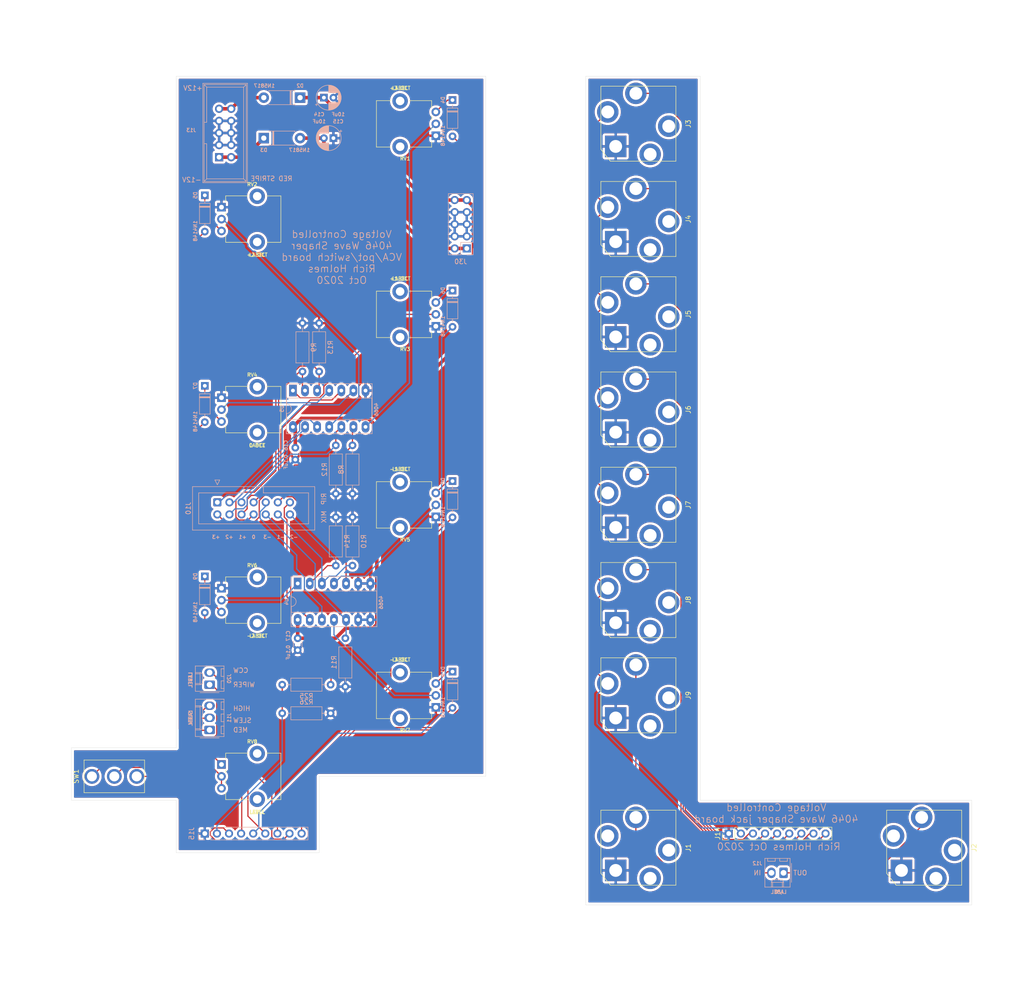
<source format=kicad_pcb>
(kicad_pcb (version 20171130) (host pcbnew 5.1.9-73d0e3b20d~88~ubuntu20.04.1)
  (layers (0 F.Cu signal) (31 B.Cu signal) (34 B.Paste user) (35 F.Paste user) (36 B.SilkS user) (37 F.SilkS user) (38 B.Mask user) (39 F.Mask user) (44 Edge.Cuts user))
  (net 0 "")
  (net 1 GND)
  (net 2 +12V)
  (net 3 -12V)
  (net 4 "Net-(D4-Pad2)")
  (net 5 "Net-(D4-Pad1)")
  (net 6 "Net-(D5-Pad2)")
  (net 7 "Net-(D5-Pad1)")
  (net 8 "Net-(D6-Pad2)")
  (net 9 "Net-(D6-Pad1)")
  (net 10 "Net-(D7-Pad2)")
  (net 11 "Net-(D7-Pad1)")
  (net 12 "Net-(D8-Pad2)")
  (net 13 "Net-(D8-Pad1)")
  (net 14 "Net-(D9-Pad2)")
  (net 15 "Net-(D9-Pad1)")
  (net 16 "Net-(D10-Pad2)")
  (net 17 "Net-(D10-Pad1)")
  (net 18 CV_+3)
  (net 19 CV_+2)
  (net 20 CV_+1)
  (net 21 CV_0)
  (net 22 CV_-1)
  (net 23 CV_-2)
  (net 24 CV_-3)
  (net 25 +10V)
  (net 26 "Net-(D2-Pad2)")
  (net 27 "Net-(D3-Pad1)")
  (net 28 "Net-(J1-PadTN)")
  (net 29 "Net-(J2-PadTN)")
  (net 30 "Net-(J14-Pad2)")
  (net 31 /RIPOUT_+3)
  (net 32 /RIPOUT_-2)
  (net 33 /RIPOUT_-1)
  (net 34 /RIPOUT_-3)
  (net 35 /RIPOUT_0)
  (net 36 /RIPOUT_+1)
  (net 37 /RIPOUT_+2)
  (net 38 MIXIN_-2)
  (net 39 MIXIN_-1)
  (net 40 MIXIN_-3)
  (net 41 MIXIN_0)
  (net 42 MIXIN_+1)
  (net 43 MIXIN_+2)
  (net 44 MIXIN_+3)
  (net 45 "/Panel and power/IN")
  (net 46 "/Panel and power/OUT")
  (net 47 "/Panel and power/CVIN_+3")
  (net 48 "/Panel and power/CVIN_+2")
  (net 49 "/Panel and power/CVIN_+1")
  (net 50 "/Panel and power/CVIN_0")
  (net 51 "/Panel and power/CVIN_-1")
  (net 52 "/Panel and power/CVIN_-2")
  (net 53 "/Panel and power/CVIN_-3")
  (net 54 "/Panel and power/SL_HIGH")
  (net 55 "/Panel and power/SLEW")
  (net 56 "/Panel and power/SL_MED")
  (net 57 "/Panel and power/LEVEL_CCW")
  (net 58 "/Panel and power/LEVEL_WIPER")
  (module ao_tht:R_Axial_DIN0207_L6.3mm_D2.5mm_P10.16mm_Horizontal (layer B.Cu) (at 147.5 121.75 90)
    (fp_text reference R14 (at 5.08 2.37 90) (layer B.SilkS) (effects (justify mirror)))
    (fp_text value 10k)
    (pad 2 thru_hole oval (at 10.16 0 90) (size 1.6 1.6) (drill 0.8) (layers *.Cu *.Mask) (net 1 GND))
    (pad 1 thru_hole circle (at 0 0 90) (size 1.6 1.6) (drill 0.8) (layers *.Cu *.Mask) (net 38 MIXIN_-2))
  )
  (module ao_tht:R_Axial_DIN0207_L6.3mm_D2.5mm_P10.16mm_Horizontal (layer B.Cu) (at 146.41 152.75 180)
    (fp_text reference R26 (at 5.08 2.37) (layer B.SilkS) (effects (justify mirror)))
    (fp_text value 470k)
    (pad 2 thru_hole oval (at 10.16 0 180) (size 1.6 1.6) (drill 0.8) (layers *.Cu *.Mask) (net 25 +10V))
    (pad 1 thru_hole circle (at 0 0 180) (size 1.6 1.6) (drill 0.8) (layers *.Cu *.Mask) (net 1 GND))
  )
  (module ao_tht:R_Axial_DIN0207_L6.3mm_D2.5mm_P10.16mm_Horizontal (layer B.Cu) (at 136.25 146.75)
    (fp_text reference R25 (at 5.08 2.37) (layer B.SilkS) (effects (justify mirror)))
    (fp_text value 100k)
    (pad 2 thru_hole oval (at 10.16 0) (size 1.6 1.6) (drill 0.8) (layers *.Cu *.Mask) (net 2 +12V))
    (pad 1 thru_hole circle (at 0 0) (size 1.6 1.6) (drill 0.8) (layers *.Cu *.Mask) (net 25 +10V))
  )
  (module ao_tht:R_Axial_DIN0207_L6.3mm_D2.5mm_P10.16mm_Horizontal (layer B.Cu) (at 144 81 90)
    (fp_text reference R13 (at 5.08 2.37 90) (layer B.SilkS) (effects (justify mirror)))
    (fp_text value 10k)
    (pad 2 thru_hole oval (at 10.16 0 90) (size 1.6 1.6) (drill 0.8) (layers *.Cu *.Mask) (net 1 GND))
    (pad 1 thru_hole circle (at 0 0 90) (size 1.6 1.6) (drill 0.8) (layers *.Cu *.Mask) (net 41 MIXIN_0))
  )
  (module ao_tht:R_Axial_DIN0207_L6.3mm_D2.5mm_P10.16mm_Horizontal (layer B.Cu) (at 147.5 96.5 270)
    (fp_text reference R12 (at 5.08 2.37 90) (layer B.SilkS) (effects (justify mirror)))
    (fp_text value 10k)
    (pad 2 thru_hole oval (at 10.16 0 270) (size 1.6 1.6) (drill 0.8) (layers *.Cu *.Mask) (net 1 GND))
    (pad 1 thru_hole circle (at 0 0 270) (size 1.6 1.6) (drill 0.8) (layers *.Cu *.Mask) (net 43 MIXIN_+2))
  )
  (module ao_tht:R_Axial_DIN0207_L6.3mm_D2.5mm_P10.16mm_Horizontal (layer B.Cu) (at 149.5 137 270)
    (fp_text reference R11 (at 5.08 2.37 90) (layer B.SilkS) (effects (justify mirror)))
    (fp_text value 10k)
    (pad 2 thru_hole oval (at 10.16 0 270) (size 1.6 1.6) (drill 0.8) (layers *.Cu *.Mask) (net 1 GND))
    (pad 1 thru_hole circle (at 0 0 270) (size 1.6 1.6) (drill 0.8) (layers *.Cu *.Mask) (net 40 MIXIN_-3))
  )
  (module ao_tht:R_Axial_DIN0207_L6.3mm_D2.5mm_P10.16mm_Horizontal (layer B.Cu) (at 151 121.75 90)
    (fp_text reference R10 (at 5.08 2.37 90) (layer B.SilkS) (effects (justify mirror)))
    (fp_text value 10k)
    (pad 2 thru_hole oval (at 10.16 0 90) (size 1.6 1.6) (drill 0.8) (layers *.Cu *.Mask) (net 1 GND))
    (pad 1 thru_hole circle (at 0 0 90) (size 1.6 1.6) (drill 0.8) (layers *.Cu *.Mask) (net 39 MIXIN_-1))
  )
  (module ao_tht:R_Axial_DIN0207_L6.3mm_D2.5mm_P10.16mm_Horizontal (layer B.Cu) (at 140.5 81 90)
    (fp_text reference R9 (at 5.08 2.37 90) (layer B.SilkS) (effects (justify mirror)))
    (fp_text value 10k)
    (pad 2 thru_hole oval (at 10.16 0 90) (size 1.6 1.6) (drill 0.8) (layers *.Cu *.Mask) (net 1 GND))
    (pad 1 thru_hole circle (at 0 0 90) (size 1.6 1.6) (drill 0.8) (layers *.Cu *.Mask) (net 42 MIXIN_+1))
  )
  (module ao_tht:R_Axial_DIN0207_L6.3mm_D2.5mm_P10.16mm_Horizontal (layer B.Cu) (at 151 96.5 270)
    (fp_text reference R8 (at 5.08 2.37 90) (layer B.SilkS) (effects (justify mirror)))
    (fp_text value 10k)
    (pad 2 thru_hole oval (at 10.16 0 270) (size 1.6 1.6) (drill 0.8) (layers *.Cu *.Mask) (net 1 GND))
    (pad 1 thru_hole circle (at 0 0 270) (size 1.6 1.6) (drill 0.8) (layers *.Cu *.Mask) (net 44 MIXIN_+3))
  )
  (module ao_tht:Power_Header (layer B.Cu) (at 123 36)
    (fp_text reference J13 (at -5.85 -5.67) (layer B.SilkS) (effects (font (size 0.75 0.75)) (justify mirror)))
    (fp_text value EURO_PWR_2x5)
    (fp_text user "RED STRIPE" (at 11 4.5) (layer B.SilkS) (effects (justify mirror)))
    (fp_text user -12V (at -5.75 4.75) (layer B.SilkS) (effects (justify mirror)))
    (fp_text user +12V (at -5.5 -14.5) (layer B.SilkS) (effects (justify mirror)))
    (pad 10 thru_hole oval (at 2.54 -10.16) (size 1.7272 1.7272) (drill 1.016) (layers *.Cu *.Mask) (net 26 "Net-(D2-Pad2)"))
    (pad 9 thru_hole oval (at 0 -10.16) (size 1.7272 1.7272) (drill 1.016) (layers *.Cu *.Mask) (net 26 "Net-(D2-Pad2)"))
    (pad 8 thru_hole oval (at 2.54 -7.62) (size 1.7272 1.7272) (drill 1.016) (layers *.Cu *.Mask) (net 1 GND))
    (pad 7 thru_hole oval (at 0 -7.62) (size 1.7272 1.7272) (drill 1.016) (layers *.Cu *.Mask) (net 1 GND))
    (pad 6 thru_hole oval (at 2.54 -5.08) (size 1.7272 1.7272) (drill 1.016) (layers *.Cu *.Mask) (net 1 GND))
    (pad 5 thru_hole oval (at 0 -5.08) (size 1.7272 1.7272) (drill 1.016) (layers *.Cu *.Mask) (net 1 GND))
    (pad 4 thru_hole oval (at 2.54 -2.54) (size 1.7272 1.7272) (drill 1.016) (layers *.Cu *.Mask) (net 1 GND))
    (pad 3 thru_hole oval (at 0 -2.54) (size 1.7272 1.7272) (drill 1.016) (layers *.Cu *.Mask) (net 1 GND))
    (pad 2 thru_hole oval (at 2.54 0) (size 1.7272 1.7272) (drill 1.016) (layers *.Cu *.Mask) (net 27 "Net-(D3-Pad1)"))
    (pad 1 thru_hole rect (at 0 0) (size 1.7272 1.7272) (drill 1.016) (layers *.Cu *.Mask) (net 27 "Net-(D3-Pad1)"))
  )
  (module Connector_IDC:IDC-Header_2x07_P2.54mm_Vertical (layer B.Cu) (at 122.63 108.46 270)
    (fp_text reference J10 (at 1.27 6.1 90) (layer B.SilkS) (effects (justify mirror)))
    (fp_text value "2x7 IDC header")
    (pad 14 thru_hole circle (at 2.54 -15.24 270) (size 1.7 1.7) (drill 1) (layers *.Cu *.Mask) (net 38 MIXIN_-2))
    (pad 12 thru_hole circle (at 2.54 -12.7 270) (size 1.7 1.7) (drill 1) (layers *.Cu *.Mask) (net 39 MIXIN_-1))
    (pad 10 thru_hole circle (at 2.54 -10.16 270) (size 1.7 1.7) (drill 1) (layers *.Cu *.Mask) (net 40 MIXIN_-3))
    (pad 8 thru_hole circle (at 2.54 -7.62 270) (size 1.7 1.7) (drill 1) (layers *.Cu *.Mask) (net 41 MIXIN_0))
    (pad 6 thru_hole circle (at 2.54 -5.08 270) (size 1.7 1.7) (drill 1) (layers *.Cu *.Mask) (net 42 MIXIN_+1))
    (pad 4 thru_hole circle (at 2.54 -2.54 270) (size 1.7 1.7) (drill 1) (layers *.Cu *.Mask) (net 43 MIXIN_+2))
    (pad 2 thru_hole circle (at 2.54 0 270) (size 1.7 1.7) (drill 1) (layers *.Cu *.Mask) (net 44 MIXIN_+3))
    (pad 13 thru_hole circle (at 0 -15.24 270) (size 1.7 1.7) (drill 1) (layers *.Cu *.Mask) (net 32 /RIPOUT_-2))
    (pad 11 thru_hole circle (at 0 -12.7 270) (size 1.7 1.7) (drill 1) (layers *.Cu *.Mask) (net 33 /RIPOUT_-1))
    (pad 9 thru_hole circle (at 0 -10.16 270) (size 1.7 1.7) (drill 1) (layers *.Cu *.Mask) (net 34 /RIPOUT_-3))
    (pad 7 thru_hole circle (at 0 -7.62 270) (size 1.7 1.7) (drill 1) (layers *.Cu *.Mask) (net 35 /RIPOUT_0))
    (pad 5 thru_hole circle (at 0 -5.08 270) (size 1.7 1.7) (drill 1) (layers *.Cu *.Mask) (net 36 /RIPOUT_+1))
    (pad 3 thru_hole circle (at 0 -2.54 270) (size 1.7 1.7) (drill 1) (layers *.Cu *.Mask) (net 37 /RIPOUT_+2))
    (pad 1 thru_hole roundrect (at 0 0 270) (size 1.7 1.7) (drill 1) (layers *.Cu *.Mask) (roundrect_rratio 0.147059) (net 31 /RIPOUT_+3))
  )
  (module ao_tht:Molex_KK-254_AE-6410-03A_1x03_P2.54mm_Vertical (layer B.Cu) (at 121 156.25 90)
    (fp_text reference J11 (at 2.54 4.12 90) (layer B.SilkS) (effects (font (size 0.75 0.75)) (justify mirror)))
    (fp_text value Conn_01x03)
    (fp_text user SLEW (at 2.5 -4 90) (layer B.SilkS) (effects (font (size 0.75 0.75)) (justify mirror)))
    (fp_text user LABEL (at 2.5 -4 90) (layer B.SilkS) (effects (font (size 0.75 0.75)) (justify mirror)))
    (pad 3 thru_hole oval (at 5.08 0 90) (size 1.74 2.2) (drill 1.2) (layers *.Cu *.Mask) (net 54 "/Panel and power/SL_HIGH"))
    (pad 2 thru_hole oval (at 2.54 0 90) (size 1.74 2.2) (drill 1.2) (layers *.Cu *.Mask) (net 55 "/Panel and power/SLEW"))
    (pad 1 thru_hole roundrect (at 0 0 90) (size 1.74 2.2) (drill 1.2) (layers *.Cu *.Mask) (roundrect_rratio 0.143678) (net 56 "/Panel and power/SL_MED"))
  )
  (module ao_tht:Molex_KK-254_AE-6410-02A_1x02_P2.54mm_Vertical (layer B.Cu) (at 121 146.75 90)
    (fp_text reference J20 (at 1.27 4.12 90) (layer B.SilkS) (effects (font (size 0.75 0.75)) (justify mirror)))
    (fp_text value Conn_01x02)
    (fp_text user LEVEL (at 1 -4 90) (layer B.SilkS) (effects (font (size 0.75 0.75)) (justify mirror)))
    (fp_text user LABEL (at 1 -4 90) (layer B.SilkS) (effects (font (size 0.75 0.75)) (justify mirror)))
    (pad 2 thru_hole oval (at 2.54 0 90) (size 1.74 2.2) (drill 1.2) (layers *.Cu *.Mask) (net 57 "/Panel and power/LEVEL_CCW"))
    (pad 1 thru_hole roundrect (at 0 0 90) (size 1.74 2.2) (drill 1.2) (layers *.Cu *.Mask) (roundrect_rratio 0.143678) (net 58 "/Panel and power/LEVEL_WIPER"))
  )
  (module ao_tht:Molex_KK-254_AE-6410-02A_1x02_P2.54mm_Vertical (layer B.Cu) (at 241.5 186.25 180)
    (fp_text reference J12 (at 5.5 2) (layer B.SilkS) (effects (font (size 0.75 0.75)) (justify mirror)))
    (fp_text value Conn_01x02)
    (fp_text user I/O (at 1 -4) (layer B.SilkS) (effects (font (size 0.75 0.75)) (justify mirror)))
    (fp_text user LABEL (at 1 -4) (layer B.SilkS) (effects (font (size 0.75 0.75)) (justify mirror)))
    (pad 2 thru_hole oval (at 2.54 0 180) (size 1.74 2.2) (drill 1.2) (layers *.Cu *.Mask) (net 45 "/Panel and power/IN"))
    (pad 1 thru_hole roundrect (at 0 0 180) (size 1.74 2.2) (drill 1.2) (layers *.Cu *.Mask) (roundrect_rratio 0.143678) (net 46 "/Panel and power/OUT"))
  )
  (module ao_tht:CP_Radial_D5.0mm_P2.00mm (layer B.Cu) (at 145 23.5)
    (fp_text reference C14 (at -1 3.5) (layer B.SilkS) (effects (font (size 0.75 0.75)) (justify mirror)))
    (fp_text value 10uF)
    (fp_text user %V (at 3 3.5) (layer B.SilkS) (effects (font (size 0.75 0.75)) (justify mirror)))
    (pad 2 thru_hole circle (at 2 0) (size 1.6 1.6) (drill 0.8) (layers *.Cu *.Mask) (net 1 GND))
    (pad 1 thru_hole rect (at 0 0) (size 1.6 1.6) (drill 0.8) (layers *.Cu *.Mask) (net 2 +12V))
  )
  (module ao_tht:D_DO-41_SOD81_P7.62mm_Horizontal (layer B.Cu) (at 140 23.5 180)
    (fp_text reference D2 (at 0 2.5) (layer B.SilkS) (effects (font (size 0.75 0.75)) (justify mirror)))
    (fp_text value 1N5817)
    (fp_text user %V (at 7.5 2.5) (layer B.SilkS) (effects (font (size 0.75 0.75)) (justify mirror)))
    (pad 2 thru_hole oval (at 7.62 0 180) (size 2.2 2.2) (drill 1.1) (layers *.Cu *.Mask) (net 26 "Net-(D2-Pad2)"))
    (pad 1 thru_hole rect (at 0 0 180) (size 2.2 2.2) (drill 1.1) (layers *.Cu *.Mask) (net 2 +12V))
  )
  (module ao_tht:CP_Radial_D5.0mm_P2.00mm (layer B.Cu) (at 147 32 180)
    (fp_text reference C15 (at -1 3.5) (layer B.SilkS) (effects (font (size 0.75 0.75)) (justify mirror)))
    (fp_text value 10uF)
    (fp_text user %V (at 3 3.5) (layer B.SilkS) (effects (font (size 0.75 0.75)) (justify mirror)))
    (pad 2 thru_hole circle (at 2 0 180) (size 1.6 1.6) (drill 0.8) (layers *.Cu *.Mask) (net 3 -12V))
    (pad 1 thru_hole rect (at 0 0 180) (size 1.6 1.6) (drill 0.8) (layers *.Cu *.Mask) (net 1 GND))
  )
  (module ao_tht:D_DO-41_SOD81_P7.62mm_Horizontal (layer B.Cu) (at 132.38 32)
    (fp_text reference D3 (at 0 2.5) (layer B.SilkS) (effects (font (size 0.75 0.75)) (justify mirror)))
    (fp_text value 1N5817)
    (fp_text user %V (at 7.5 2.5) (layer B.SilkS) (effects (font (size 0.75 0.75)) (justify mirror)))
    (pad 2 thru_hole oval (at 7.62 0) (size 2.2 2.2) (drill 1.1) (layers *.Cu *.Mask) (net 3 -12V))
    (pad 1 thru_hole rect (at 0 0) (size 2.2 2.2) (drill 1.1) (layers *.Cu *.Mask) (net 27 "Net-(D3-Pad1)"))
  )
  (module ao_tht:DIP-14_W7.62mm_Socket_LongPads (layer B.Cu) (at 138.5 85 270)
    (fp_text reference U5 (at 3.81 2.33 270) (layer B.SilkS) (effects (font (size 0.75 0.75)) (justify mirror)))
    (fp_text value 4066)
    (fp_text user %V (at 4 -17.5 270) (layer B.SilkS) (effects (font (size 0.75 0.75)) (justify mirror)))
    (pad 14 thru_hole oval (at 7.62 0 270) (size 2.4 1.6) (drill 0.8) (layers *.Cu *.Mask) (net 2 +12V))
    (pad 7 thru_hole oval (at 0 -15.24 270) (size 2.4 1.6) (drill 0.8) (layers *.Cu *.Mask) (net 1 GND))
    (pad 13 thru_hole oval (at 7.62 -2.54 270) (size 2.4 1.6) (drill 0.8) (layers *.Cu *.Mask) (net 36 /RIPOUT_+1))
    (pad 6 thru_hole oval (at 0 -12.7 270) (size 2.4 1.6) (drill 0.8) (layers *.Cu *.Mask) (net 31 /RIPOUT_+3))
    (pad 12 thru_hole oval (at 7.62 -5.08 270) (size 2.4 1.6) (drill 0.8) (layers *.Cu *.Mask) (net 37 /RIPOUT_+2))
    (pad 5 thru_hole oval (at 0 -10.16 270) (size 2.4 1.6) (drill 0.8) (layers *.Cu *.Mask) (net 35 /RIPOUT_0))
    (pad 11 thru_hole oval (at 7.62 -7.62 270) (size 2.4 1.6) (drill 0.8) (layers *.Cu *.Mask) (net 19 CV_+2))
    (pad 4 thru_hole oval (at 0 -7.62 270) (size 2.4 1.6) (drill 0.8) (layers *.Cu *.Mask) (net 21 CV_0))
    (pad 10 thru_hole oval (at 7.62 -10.16 270) (size 2.4 1.6) (drill 0.8) (layers *.Cu *.Mask) (net 43 MIXIN_+2))
    (pad 3 thru_hole oval (at 0 -5.08 270) (size 2.4 1.6) (drill 0.8) (layers *.Cu *.Mask) (net 41 MIXIN_0))
    (pad 9 thru_hole oval (at 7.62 -12.7 270) (size 2.4 1.6) (drill 0.8) (layers *.Cu *.Mask) (net 44 MIXIN_+3))
    (pad 2 thru_hole oval (at 0 -2.54 270) (size 2.4 1.6) (drill 0.8) (layers *.Cu *.Mask) (net 42 MIXIN_+1))
    (pad 8 thru_hole oval (at 7.62 -15.24 270) (size 2.4 1.6) (drill 0.8) (layers *.Cu *.Mask) (net 18 CV_+3))
    (pad 1 thru_hole rect (at 0 0 270) (size 2.4 1.6) (drill 0.8) (layers *.Cu *.Mask) (net 20 CV_+1))
  )
  (module ao_tht:Potentiometer_Alpha_RD901F-40-00D_Single_Vertical_CircularHoles_centered (layer F.Cu) (at 131 166)
    (fp_text reference RV8 (at -1.05 -7.3 180) (layer F.SilkS) (effects (font (size 0.75 0.75))))
    (fp_text value A100k)
    (fp_text user LEVEL (at 0 7.5) (layer F.SilkS) (effects (font (size 0.75 0.75))))
    (fp_text user LABEL (at 0 7.5) (layer F.SilkS) (effects (font (size 0.75 0.75))))
    (pad 1 thru_hole rect (at -7.5 -2.5 90) (size 1.8 1.8) (drill 1) (layers *.Cu *.Mask) (net 57 "/Panel and power/LEVEL_CCW"))
    (pad 2 thru_hole circle (at -7.5 0 90) (size 1.8 1.8) (drill 1) (layers *.Cu *.Mask) (net 58 "/Panel and power/LEVEL_WIPER"))
    (pad 3 thru_hole circle (at -7.5 2.5 90) (size 1.8 1.8) (drill 1) (layers *.Cu *.Mask) (net 58 "/Panel and power/LEVEL_WIPER"))
    (pad "" thru_hole circle (at 0 4.8 90) (size 3.24 3.24) (drill 1.8) (layers *.Cu *.Mask))
    (pad "" thru_hole circle (at 0 -4.8 90) (size 3.24 3.24) (drill 1.8) (layers *.Cu *.Mask))
  )
  (module ao_tht:Potentiometer_Alpha_RD901F-40-00D_Single_Vertical_CircularHoles_centered (layer F.Cu) (at 161 149 180)
    (fp_text reference RV7 (at -1.05 -7.3 180) (layer F.SilkS) (effects (font (size 0.75 0.75))))
    (fp_text value B100k)
    (fp_text user "-3 OCT" (at 0 7.5) (layer F.SilkS) (effects (font (size 0.75 0.75))))
    (fp_text user LABEL (at 0 7.5) (layer F.SilkS) (effects (font (size 0.75 0.75))))
    (pad 1 thru_hole rect (at -7.5 -2.5 270) (size 1.8 1.8) (drill 1) (layers *.Cu *.Mask) (net 1 GND))
    (pad 2 thru_hole circle (at -7.5 0 270) (size 1.8 1.8) (drill 1) (layers *.Cu *.Mask) (net 24 CV_-3))
    (pad 3 thru_hole circle (at -7.5 2.5 270) (size 1.8 1.8) (drill 1) (layers *.Cu *.Mask) (net 17 "Net-(D10-Pad1)"))
    (pad "" thru_hole circle (at 0 4.8 270) (size 3.24 3.24) (drill 1.8) (layers *.Cu *.Mask))
    (pad "" thru_hole circle (at 0 -4.8 270) (size 3.24 3.24) (drill 1.8) (layers *.Cu *.Mask))
  )
  (module ao_tht:Potentiometer_Alpha_RD901F-40-00D_Single_Vertical_CircularHoles_centered (layer F.Cu) (at 131 129)
    (fp_text reference RV6 (at -1.05 -7.3 180) (layer F.SilkS) (effects (font (size 0.75 0.75))))
    (fp_text value B100k)
    (fp_text user "-2 OCT" (at 0 7.5) (layer F.SilkS) (effects (font (size 0.75 0.75))))
    (fp_text user LABEL (at 0 7.5) (layer F.SilkS) (effects (font (size 0.75 0.75))))
    (pad 1 thru_hole rect (at -7.5 -2.5 90) (size 1.8 1.8) (drill 1) (layers *.Cu *.Mask) (net 1 GND))
    (pad 2 thru_hole circle (at -7.5 0 90) (size 1.8 1.8) (drill 1) (layers *.Cu *.Mask) (net 23 CV_-2))
    (pad 3 thru_hole circle (at -7.5 2.5 90) (size 1.8 1.8) (drill 1) (layers *.Cu *.Mask) (net 15 "Net-(D9-Pad1)"))
    (pad "" thru_hole circle (at 0 4.8 90) (size 3.24 3.24) (drill 1.8) (layers *.Cu *.Mask))
    (pad "" thru_hole circle (at 0 -4.8 90) (size 3.24 3.24) (drill 1.8) (layers *.Cu *.Mask))
  )
  (module ao_tht:Potentiometer_Alpha_RD901F-40-00D_Single_Vertical_CircularHoles_centered (layer F.Cu) (at 161 109 180)
    (fp_text reference RV5 (at -1.05 -7.3 180) (layer F.SilkS) (effects (font (size 0.75 0.75))))
    (fp_text value B100k)
    (fp_text user "-1 OCT" (at 0 7.5) (layer F.SilkS) (effects (font (size 0.75 0.75))))
    (fp_text user LABEL (at 0 7.5) (layer F.SilkS) (effects (font (size 0.75 0.75))))
    (pad 1 thru_hole rect (at -7.5 -2.5 270) (size 1.8 1.8) (drill 1) (layers *.Cu *.Mask) (net 1 GND))
    (pad 2 thru_hole circle (at -7.5 0 270) (size 1.8 1.8) (drill 1) (layers *.Cu *.Mask) (net 22 CV_-1))
    (pad 3 thru_hole circle (at -7.5 2.5 270) (size 1.8 1.8) (drill 1) (layers *.Cu *.Mask) (net 13 "Net-(D8-Pad1)"))
    (pad "" thru_hole circle (at 0 4.8 270) (size 3.24 3.24) (drill 1.8) (layers *.Cu *.Mask))
    (pad "" thru_hole circle (at 0 -4.8 270) (size 3.24 3.24) (drill 1.8) (layers *.Cu *.Mask))
  )
  (module ao_tht:Potentiometer_Alpha_RD901F-40-00D_Single_Vertical_CircularHoles_centered (layer F.Cu) (at 131 89)
    (fp_text reference RV4 (at -1.05 -7.3 180) (layer F.SilkS) (effects (font (size 0.75 0.75))))
    (fp_text value B100k)
    (fp_text user "0 OCT" (at 0 7.5) (layer F.SilkS) (effects (font (size 0.75 0.75))))
    (fp_text user LABEL (at 0 7.5) (layer F.SilkS) (effects (font (size 0.75 0.75))))
    (pad 1 thru_hole rect (at -7.5 -2.5 90) (size 1.8 1.8) (drill 1) (layers *.Cu *.Mask) (net 1 GND))
    (pad 2 thru_hole circle (at -7.5 0 90) (size 1.8 1.8) (drill 1) (layers *.Cu *.Mask) (net 21 CV_0))
    (pad 3 thru_hole circle (at -7.5 2.5 90) (size 1.8 1.8) (drill 1) (layers *.Cu *.Mask) (net 11 "Net-(D7-Pad1)"))
    (pad "" thru_hole circle (at 0 4.8 90) (size 3.24 3.24) (drill 1.8) (layers *.Cu *.Mask))
    (pad "" thru_hole circle (at 0 -4.8 90) (size 3.24 3.24) (drill 1.8) (layers *.Cu *.Mask))
  )
  (module ao_tht:Potentiometer_Alpha_RD901F-40-00D_Single_Vertical_CircularHoles_centered (layer F.Cu) (at 161 69 180)
    (fp_text reference RV3 (at -1.05 -7.3 180) (layer F.SilkS) (effects (font (size 0.75 0.75))))
    (fp_text value B100k)
    (fp_text user "+1 OCT" (at 0 7.5) (layer F.SilkS) (effects (font (size 0.75 0.75))))
    (fp_text user LABEL (at 0 7.5) (layer F.SilkS) (effects (font (size 0.75 0.75))))
    (pad 1 thru_hole rect (at -7.5 -2.5 270) (size 1.8 1.8) (drill 1) (layers *.Cu *.Mask) (net 1 GND))
    (pad 2 thru_hole circle (at -7.5 0 270) (size 1.8 1.8) (drill 1) (layers *.Cu *.Mask) (net 20 CV_+1))
    (pad 3 thru_hole circle (at -7.5 2.5 270) (size 1.8 1.8) (drill 1) (layers *.Cu *.Mask) (net 9 "Net-(D6-Pad1)"))
    (pad "" thru_hole circle (at 0 4.8 270) (size 3.24 3.24) (drill 1.8) (layers *.Cu *.Mask))
    (pad "" thru_hole circle (at 0 -4.8 270) (size 3.24 3.24) (drill 1.8) (layers *.Cu *.Mask))
  )
  (module ao_tht:Potentiometer_Alpha_RD901F-40-00D_Single_Vertical_CircularHoles_centered (layer F.Cu) (at 131 49)
    (fp_text reference RV2 (at -1.05 -7.3 180) (layer F.SilkS) (effects (font (size 0.75 0.75))))
    (fp_text value B100k)
    (fp_text user "+2 OCT" (at 0 7.5) (layer F.SilkS) (effects (font (size 0.75 0.75))))
    (fp_text user LABEL (at 0 7.5) (layer F.SilkS) (effects (font (size 0.75 0.75))))
    (pad 1 thru_hole rect (at -7.5 -2.5 90) (size 1.8 1.8) (drill 1) (layers *.Cu *.Mask) (net 1 GND))
    (pad 2 thru_hole circle (at -7.5 0 90) (size 1.8 1.8) (drill 1) (layers *.Cu *.Mask) (net 19 CV_+2))
    (pad 3 thru_hole circle (at -7.5 2.5 90) (size 1.8 1.8) (drill 1) (layers *.Cu *.Mask) (net 7 "Net-(D5-Pad1)"))
    (pad "" thru_hole circle (at 0 4.8 90) (size 3.24 3.24) (drill 1.8) (layers *.Cu *.Mask))
    (pad "" thru_hole circle (at 0 -4.8 90) (size 3.24 3.24) (drill 1.8) (layers *.Cu *.Mask))
  )
  (module ao_tht:Potentiometer_Alpha_RD901F-40-00D_Single_Vertical_CircularHoles_centered (layer F.Cu) (at 161 29 180)
    (fp_text reference RV1 (at -1.05 -7.3 180) (layer F.SilkS) (effects (font (size 0.75 0.75))))
    (fp_text value B100k)
    (fp_text user "+3 OCT" (at 0 7.5) (layer F.SilkS) (effects (font (size 0.75 0.75))))
    (fp_text user LABEL (at 0 7.5) (layer F.SilkS) (effects (font (size 0.75 0.75))))
    (pad 1 thru_hole rect (at -7.5 -2.5 270) (size 1.8 1.8) (drill 1) (layers *.Cu *.Mask) (net 1 GND))
    (pad 2 thru_hole circle (at -7.5 0 270) (size 1.8 1.8) (drill 1) (layers *.Cu *.Mask) (net 18 CV_+3))
    (pad 3 thru_hole circle (at -7.5 2.5 270) (size 1.8 1.8) (drill 1) (layers *.Cu *.Mask) (net 5 "Net-(D4-Pad1)"))
    (pad "" thru_hole circle (at 0 4.8 270) (size 3.24 3.24) (drill 1.8) (layers *.Cu *.Mask))
    (pad "" thru_hole circle (at 0 -4.8 270) (size 3.24 3.24) (drill 1.8) (layers *.Cu *.Mask))
  )
  (module ao_tht:DIP-14_W7.62mm_Socket_LongPads (layer B.Cu) (at 139.5 125.5 270)
    (fp_text reference U4 (at 3.81 2.33 90) (layer B.SilkS) (effects (font (size 0.75 0.75)) (justify mirror)))
    (fp_text value 4066)
    (fp_text user %V (at 4 -17.5 90) (layer B.SilkS) (effects (font (size 0.75 0.75)) (justify mirror)))
    (pad 14 thru_hole oval (at 7.62 0 270) (size 2.4 1.6) (drill 0.8) (layers *.Cu *.Mask) (net 2 +12V))
    (pad 7 thru_hole oval (at 0 -15.24 270) (size 2.4 1.6) (drill 0.8) (layers *.Cu *.Mask) (net 1 GND))
    (pad 13 thru_hole oval (at 7.62 -2.54 270) (size 2.4 1.6) (drill 0.8) (layers *.Cu *.Mask) (net 32 /RIPOUT_-2))
    (pad 6 thru_hole oval (at 0 -12.7 270) (size 2.4 1.6) (drill 0.8) (layers *.Cu *.Mask) (net 1 GND))
    (pad 12 thru_hole oval (at 7.62 -5.08 270) (size 2.4 1.6) (drill 0.8) (layers *.Cu *.Mask) (net 34 /RIPOUT_-3))
    (pad 5 thru_hole oval (at 0 -10.16 270) (size 2.4 1.6) (drill 0.8) (layers *.Cu *.Mask) (net 33 /RIPOUT_-1))
    (pad 11 thru_hole oval (at 7.62 -7.62 270) (size 2.4 1.6) (drill 0.8) (layers *.Cu *.Mask) (net 24 CV_-3))
    (pad 4 thru_hole oval (at 0 -7.62 270) (size 2.4 1.6) (drill 0.8) (layers *.Cu *.Mask) (net 22 CV_-1))
    (pad 10 thru_hole oval (at 7.62 -10.16 270) (size 2.4 1.6) (drill 0.8) (layers *.Cu *.Mask) (net 40 MIXIN_-3))
    (pad 3 thru_hole oval (at 0 -5.08 270) (size 2.4 1.6) (drill 0.8) (layers *.Cu *.Mask) (net 39 MIXIN_-1))
    (pad 9 thru_hole oval (at 7.62 -12.7 270) (size 2.4 1.6) (drill 0.8) (layers *.Cu *.Mask) (net 1 GND))
    (pad 2 thru_hole oval (at 0 -2.54 270) (size 2.4 1.6) (drill 0.8) (layers *.Cu *.Mask) (net 38 MIXIN_-2))
    (pad 8 thru_hole oval (at 7.62 -15.24 270) (size 2.4 1.6) (drill 0.8) (layers *.Cu *.Mask) (net 1 GND))
    (pad 1 thru_hole rect (at 0 0 270) (size 2.4 1.6) (drill 0.8) (layers *.Cu *.Mask) (net 23 CV_-2))
  )
  (module ao_tht:SPDT-toggle-switch-1M-series (layer F.Cu) (at 101 166 90)
    (fp_text reference SW1 (at 0 -8 90) (layer F.SilkS))
    (fp_text value SW_SPDT)
    (pad 1 thru_hole circle (at 0 4.7 90) (size 3.1 3.1) (drill 2.1) (layers *.Cu *.Mask) (net 56 "/Panel and power/SL_MED"))
    (pad 3 thru_hole circle (at 0 -4.7 90) (size 3.1 3.1) (drill 2.1) (layers *.Cu *.Mask) (net 54 "/Panel and power/SL_HIGH"))
    (pad 2 thru_hole circle (at 0 0 90) (size 3.1 3.1) (drill 2.1) (layers *.Cu *.Mask) (net 55 "/Panel and power/SLEW"))
  )
  (module Connector_PinSocket_2.54mm:PinSocket_2x05_P2.54mm_Vertical (layer B.Cu) (at 175 55.16)
    (fp_text reference J30 (at -1.27 2.77) (layer B.SilkS) (effects (justify mirror)))
    (fp_text value "2x5 pin socket")
    (pad 10 thru_hole oval (at -2.54 -10.16) (size 1.7 1.7) (drill 1) (layers *.Cu *.Mask) (net 2 +12V))
    (pad 9 thru_hole oval (at 0 -10.16) (size 1.7 1.7) (drill 1) (layers *.Cu *.Mask) (net 2 +12V))
    (pad 8 thru_hole oval (at -2.54 -7.62) (size 1.7 1.7) (drill 1) (layers *.Cu *.Mask) (net 1 GND))
    (pad 7 thru_hole oval (at 0 -7.62) (size 1.7 1.7) (drill 1) (layers *.Cu *.Mask) (net 1 GND))
    (pad 6 thru_hole oval (at -2.54 -5.08) (size 1.7 1.7) (drill 1) (layers *.Cu *.Mask) (net 1 GND))
    (pad 5 thru_hole oval (at 0 -5.08) (size 1.7 1.7) (drill 1) (layers *.Cu *.Mask) (net 1 GND))
    (pad 4 thru_hole oval (at -2.54 -2.54) (size 1.7 1.7) (drill 1) (layers *.Cu *.Mask) (net 1 GND))
    (pad 3 thru_hole oval (at 0 -2.54) (size 1.7 1.7) (drill 1) (layers *.Cu *.Mask) (net 1 GND))
    (pad 2 thru_hole oval (at -2.54 0) (size 1.7 1.7) (drill 1) (layers *.Cu *.Mask) (net 3 -12V))
    (pad 1 thru_hole rect (at 0 0) (size 1.7 1.7) (drill 1) (layers *.Cu *.Mask) (net 3 -12V))
  )
  (module Connector_PinSocket_2.54mm:PinSocket_1x09_P2.54mm_Vertical (layer B.Cu) (at 120 178 270)
    (fp_text reference J15 (at 0 2.77 90) (layer B.SilkS) (effects (justify mirror)))
    (fp_text value Conn_01x9)
    (pad 9 thru_hole oval (at 0 -20.32 270) (size 1.7 1.7) (drill 1) (layers *.Cu *.Mask) (net 16 "Net-(D10-Pad2)"))
    (pad 8 thru_hole oval (at 0 -17.78 270) (size 1.7 1.7) (drill 1) (layers *.Cu *.Mask) (net 14 "Net-(D9-Pad2)"))
    (pad 7 thru_hole oval (at 0 -15.24 270) (size 1.7 1.7) (drill 1) (layers *.Cu *.Mask) (net 12 "Net-(D8-Pad2)"))
    (pad 6 thru_hole oval (at 0 -12.7 270) (size 1.7 1.7) (drill 1) (layers *.Cu *.Mask) (net 10 "Net-(D7-Pad2)"))
    (pad 5 thru_hole oval (at 0 -10.16 270) (size 1.7 1.7) (drill 1) (layers *.Cu *.Mask) (net 8 "Net-(D6-Pad2)"))
    (pad 4 thru_hole oval (at 0 -7.62 270) (size 1.7 1.7) (drill 1) (layers *.Cu *.Mask) (net 6 "Net-(D5-Pad2)"))
    (pad 3 thru_hole oval (at 0 -5.08 270) (size 1.7 1.7) (drill 1) (layers *.Cu *.Mask) (net 4 "Net-(D4-Pad2)"))
    (pad 2 thru_hole oval (at 0 -2.54 270) (size 1.7 1.7) (drill 1) (layers *.Cu *.Mask) (net 25 +10V))
    (pad 1 thru_hole rect (at 0 0 270) (size 1.7 1.7) (drill 1) (layers *.Cu *.Mask) (net 1 GND))
  )
  (module Connector_PinHeader_2.54mm:PinHeader_1x09_P2.54mm_Vertical (layer F.Cu) (at 230 178 90)
    (fp_text reference J14 (at 0 -2.33 90) (layer F.SilkS))
    (fp_text value Conn_01x9)
    (pad 9 thru_hole oval (at 0 20.32 90) (size 1.7 1.7) (drill 1) (layers *.Cu *.Mask) (net 53 "/Panel and power/CVIN_-3"))
    (pad 8 thru_hole oval (at 0 17.78 90) (size 1.7 1.7) (drill 1) (layers *.Cu *.Mask) (net 52 "/Panel and power/CVIN_-2"))
    (pad 7 thru_hole oval (at 0 15.24 90) (size 1.7 1.7) (drill 1) (layers *.Cu *.Mask) (net 51 "/Panel and power/CVIN_-1"))
    (pad 6 thru_hole oval (at 0 12.7 90) (size 1.7 1.7) (drill 1) (layers *.Cu *.Mask) (net 50 "/Panel and power/CVIN_0"))
    (pad 5 thru_hole oval (at 0 10.16 90) (size 1.7 1.7) (drill 1) (layers *.Cu *.Mask) (net 49 "/Panel and power/CVIN_+1"))
    (pad 4 thru_hole oval (at 0 7.62 90) (size 1.7 1.7) (drill 1) (layers *.Cu *.Mask) (net 48 "/Panel and power/CVIN_+2"))
    (pad 3 thru_hole oval (at 0 5.08 90) (size 1.7 1.7) (drill 1) (layers *.Cu *.Mask) (net 47 "/Panel and power/CVIN_+3"))
    (pad 2 thru_hole oval (at 0 2.54 90) (size 1.7 1.7) (drill 1) (layers *.Cu *.Mask) (net 30 "Net-(J14-Pad2)"))
    (pad 1 thru_hole rect (at 0 0 90) (size 1.7 1.7) (drill 1) (layers *.Cu *.Mask) (net 1 GND))
  )
  (module ao_tht:Jack_6.35mm_PJ_629HAN (layer F.Cu) (at 211 149 270)
    (fp_text reference J9 (at 0 -10.5 90) (layer F.SilkS))
    (fp_text value AudioJack2_SwitchT)
    (pad RN thru_hole circle (at 6.4 -2.5 270) (size 4.500001 4.500001) (drill 2.7) (layers *.Cu *.Mask))
    (pad TN thru_hole circle (at -2.5 6.4 270) (size 4.5 4.5) (drill 2.7) (layers *.Cu *.Mask) (net 30 "Net-(J14-Pad2)"))
    (pad R thru_hole circle (at 0.5 -6.4 270) (size 4.500001 4.500001) (drill 2.7) (layers *.Cu *.Mask))
    (pad S thru_hole rect (at 4.74 4.74 270) (size 4.500001 4.500001) (drill 2.7) (layers *.Cu *.Mask) (net 1 GND))
    (pad T thru_hole circle (at -6.4 0.5 270) (size 4.5 4.5) (drill 2.7) (layers *.Cu *.Mask) (net 53 "/Panel and power/CVIN_-3"))
  )
  (module ao_tht:Jack_6.35mm_PJ_629HAN (layer F.Cu) (at 211 129 270)
    (fp_text reference J8 (at 0 -10.5 90) (layer F.SilkS))
    (fp_text value AudioJack2_SwitchT)
    (pad RN thru_hole circle (at 6.4 -2.5 270) (size 4.500001 4.500001) (drill 2.7) (layers *.Cu *.Mask))
    (pad TN thru_hole circle (at -2.5 6.4 270) (size 4.5 4.5) (drill 2.7) (layers *.Cu *.Mask) (net 30 "Net-(J14-Pad2)"))
    (pad R thru_hole circle (at 0.5 -6.4 270) (size 4.500001 4.500001) (drill 2.7) (layers *.Cu *.Mask))
    (pad S thru_hole rect (at 4.74 4.74 270) (size 4.500001 4.500001) (drill 2.7) (layers *.Cu *.Mask) (net 1 GND))
    (pad T thru_hole circle (at -6.4 0.5 270) (size 4.5 4.5) (drill 2.7) (layers *.Cu *.Mask) (net 52 "/Panel and power/CVIN_-2"))
  )
  (module ao_tht:Jack_6.35mm_PJ_629HAN (layer F.Cu) (at 211 109 270)
    (fp_text reference J7 (at 0 -10.5 90) (layer F.SilkS))
    (fp_text value AudioJack2_SwitchT)
    (pad RN thru_hole circle (at 6.4 -2.5 270) (size 4.500001 4.500001) (drill 2.7) (layers *.Cu *.Mask))
    (pad TN thru_hole circle (at -2.5 6.4 270) (size 4.5 4.5) (drill 2.7) (layers *.Cu *.Mask) (net 30 "Net-(J14-Pad2)"))
    (pad R thru_hole circle (at 0.5 -6.4 270) (size 4.500001 4.500001) (drill 2.7) (layers *.Cu *.Mask))
    (pad S thru_hole rect (at 4.74 4.74 270) (size 4.500001 4.500001) (drill 2.7) (layers *.Cu *.Mask) (net 1 GND))
    (pad T thru_hole circle (at -6.4 0.5 270) (size 4.5 4.5) (drill 2.7) (layers *.Cu *.Mask) (net 51 "/Panel and power/CVIN_-1"))
  )
  (module ao_tht:Jack_6.35mm_PJ_629HAN (layer F.Cu) (at 211 89 270)
    (fp_text reference J6 (at 0 -10.5 90) (layer F.SilkS))
    (fp_text value AudioJack2_SwitchT)
    (pad RN thru_hole circle (at 6.4 -2.5 270) (size 4.500001 4.500001) (drill 2.7) (layers *.Cu *.Mask))
    (pad TN thru_hole circle (at -2.5 6.4 270) (size 4.5 4.5) (drill 2.7) (layers *.Cu *.Mask) (net 30 "Net-(J14-Pad2)"))
    (pad R thru_hole circle (at 0.5 -6.4 270) (size 4.500001 4.500001) (drill 2.7) (layers *.Cu *.Mask))
    (pad S thru_hole rect (at 4.74 4.74 270) (size 4.500001 4.500001) (drill 2.7) (layers *.Cu *.Mask) (net 1 GND))
    (pad T thru_hole circle (at -6.4 0.5 270) (size 4.5 4.5) (drill 2.7) (layers *.Cu *.Mask) (net 50 "/Panel and power/CVIN_0"))
  )
  (module ao_tht:Jack_6.35mm_PJ_629HAN (layer F.Cu) (at 211 69 270)
    (fp_text reference J5 (at 0 -10.5 90) (layer F.SilkS))
    (fp_text value AudioJack2_SwitchT)
    (pad RN thru_hole circle (at 6.4 -2.5 270) (size 4.500001 4.500001) (drill 2.7) (layers *.Cu *.Mask))
    (pad TN thru_hole circle (at -2.5 6.4 270) (size 4.5 4.5) (drill 2.7) (layers *.Cu *.Mask) (net 30 "Net-(J14-Pad2)"))
    (pad R thru_hole circle (at 0.5 -6.4 270) (size 4.500001 4.500001) (drill 2.7) (layers *.Cu *.Mask))
    (pad S thru_hole rect (at 4.74 4.74 270) (size 4.500001 4.500001) (drill 2.7) (layers *.Cu *.Mask) (net 1 GND))
    (pad T thru_hole circle (at -6.4 0.5 270) (size 4.5 4.5) (drill 2.7) (layers *.Cu *.Mask) (net 49 "/Panel and power/CVIN_+1"))
  )
  (module ao_tht:Jack_6.35mm_PJ_629HAN (layer F.Cu) (at 211 49 270)
    (fp_text reference J4 (at 0 -10.5 90) (layer F.SilkS))
    (fp_text value AudioJack2_SwitchT)
    (pad RN thru_hole circle (at 6.4 -2.5 270) (size 4.500001 4.500001) (drill 2.7) (layers *.Cu *.Mask))
    (pad TN thru_hole circle (at -2.5 6.4 270) (size 4.5 4.5) (drill 2.7) (layers *.Cu *.Mask) (net 30 "Net-(J14-Pad2)"))
    (pad R thru_hole circle (at 0.5 -6.4 270) (size 4.500001 4.500001) (drill 2.7) (layers *.Cu *.Mask))
    (pad S thru_hole rect (at 4.74 4.74 270) (size 4.500001 4.500001) (drill 2.7) (layers *.Cu *.Mask) (net 1 GND))
    (pad T thru_hole circle (at -6.4 0.5 270) (size 4.5 4.5) (drill 2.7) (layers *.Cu *.Mask) (net 48 "/Panel and power/CVIN_+2"))
  )
  (module ao_tht:Jack_6.35mm_PJ_629HAN (layer F.Cu) (at 211 29 270)
    (fp_text reference J3 (at 0 -10.5 90) (layer F.SilkS))
    (fp_text value AudioJack2_SwitchT)
    (pad RN thru_hole circle (at 6.4 -2.5 270) (size 4.500001 4.500001) (drill 2.7) (layers *.Cu *.Mask))
    (pad TN thru_hole circle (at -2.5 6.4 270) (size 4.5 4.5) (drill 2.7) (layers *.Cu *.Mask) (net 30 "Net-(J14-Pad2)"))
    (pad R thru_hole circle (at 0.5 -6.4 270) (size 4.500001 4.500001) (drill 2.7) (layers *.Cu *.Mask))
    (pad S thru_hole rect (at 4.74 4.74 270) (size 4.500001 4.500001) (drill 2.7) (layers *.Cu *.Mask) (net 1 GND))
    (pad T thru_hole circle (at -6.4 0.5 270) (size 4.5 4.5) (drill 2.7) (layers *.Cu *.Mask) (net 47 "/Panel and power/CVIN_+3"))
  )
  (module ao_tht:Jack_6.35mm_PJ_629HAN (layer F.Cu) (at 271 181 270)
    (fp_text reference J2 (at 0 -10.5 90) (layer F.SilkS))
    (fp_text value AudioJack2_SwitchT)
    (pad RN thru_hole circle (at 6.4 -2.5 270) (size 4.500001 4.500001) (drill 2.7) (layers *.Cu *.Mask))
    (pad TN thru_hole circle (at -2.5 6.4 270) (size 4.5 4.5) (drill 2.7) (layers *.Cu *.Mask) (net 29 "Net-(J2-PadTN)"))
    (pad R thru_hole circle (at 0.5 -6.4 270) (size 4.500001 4.500001) (drill 2.7) (layers *.Cu *.Mask))
    (pad S thru_hole rect (at 4.74 4.74 270) (size 4.500001 4.500001) (drill 2.7) (layers *.Cu *.Mask) (net 1 GND))
    (pad T thru_hole circle (at -6.4 0.5 270) (size 4.5 4.5) (drill 2.7) (layers *.Cu *.Mask) (net 46 "/Panel and power/OUT"))
  )
  (module ao_tht:Jack_6.35mm_PJ_629HAN (layer F.Cu) (at 211 181 270)
    (fp_text reference J1 (at 0 -10.5 90) (layer F.SilkS))
    (fp_text value AudioJack2_SwitchT)
    (pad RN thru_hole circle (at 6.4 -2.5 270) (size 4.500001 4.500001) (drill 2.7) (layers *.Cu *.Mask))
    (pad TN thru_hole circle (at -2.5 6.4 270) (size 4.5 4.5) (drill 2.7) (layers *.Cu *.Mask) (net 28 "Net-(J1-PadTN)"))
    (pad R thru_hole circle (at 0.5 -6.4 270) (size 4.500001 4.500001) (drill 2.7) (layers *.Cu *.Mask))
    (pad S thru_hole rect (at 4.74 4.74 270) (size 4.500001 4.500001) (drill 2.7) (layers *.Cu *.Mask) (net 1 GND))
    (pad T thru_hole circle (at -6.4 0.5 270) (size 4.5 4.5) (drill 2.7) (layers *.Cu *.Mask) (net 45 "/Panel and power/IN"))
  )
  (module ao_tht:D_DO-35_SOD27_P7.62mm_Horizontal (layer B.Cu) (at 172 144 270)
    (fp_text reference D10 (at 0 2 90) (layer B.SilkS) (effects (font (size 0.75 0.75)) (justify mirror)))
    (fp_text value 1N4148)
    (fp_text user %V (at 7.5 2 90) (layer B.SilkS) (effects (font (size 0.75 0.75)) (justify mirror)))
    (pad 2 thru_hole oval (at 7.62 0 270) (size 1.6 1.6) (drill 0.8) (layers *.Cu *.Mask) (net 16 "Net-(D10-Pad2)"))
    (pad 1 thru_hole rect (at 0 0 270) (size 1.6 1.6) (drill 0.8) (layers *.Cu *.Mask) (net 17 "Net-(D10-Pad1)"))
  )
  (module ao_tht:D_DO-35_SOD27_P7.62mm_Horizontal (layer B.Cu) (at 120 124 270)
    (fp_text reference D9 (at 0 2 90) (layer B.SilkS) (effects (font (size 0.75 0.75)) (justify mirror)))
    (fp_text value 1N4148)
    (fp_text user %V (at 7.5 2 90) (layer B.SilkS) (effects (font (size 0.75 0.75)) (justify mirror)))
    (pad 2 thru_hole oval (at 7.62 0 270) (size 1.6 1.6) (drill 0.8) (layers *.Cu *.Mask) (net 14 "Net-(D9-Pad2)"))
    (pad 1 thru_hole rect (at 0 0 270) (size 1.6 1.6) (drill 0.8) (layers *.Cu *.Mask) (net 15 "Net-(D9-Pad1)"))
  )
  (module ao_tht:D_DO-35_SOD27_P7.62mm_Horizontal (layer B.Cu) (at 172 104 270)
    (fp_text reference D8 (at 0 2 90) (layer B.SilkS) (effects (font (size 0.75 0.75)) (justify mirror)))
    (fp_text value 1N4148)
    (fp_text user %V (at 7.5 2 90) (layer B.SilkS) (effects (font (size 0.75 0.75)) (justify mirror)))
    (pad 2 thru_hole oval (at 7.62 0 270) (size 1.6 1.6) (drill 0.8) (layers *.Cu *.Mask) (net 12 "Net-(D8-Pad2)"))
    (pad 1 thru_hole rect (at 0 0 270) (size 1.6 1.6) (drill 0.8) (layers *.Cu *.Mask) (net 13 "Net-(D8-Pad1)"))
  )
  (module ao_tht:D_DO-35_SOD27_P7.62mm_Horizontal (layer B.Cu) (at 120 84 270)
    (fp_text reference D7 (at 0 2 90) (layer B.SilkS) (effects (font (size 0.75 0.75)) (justify mirror)))
    (fp_text value 1N4148)
    (fp_text user %V (at 7.5 2 90) (layer B.SilkS) (effects (font (size 0.75 0.75)) (justify mirror)))
    (pad 2 thru_hole oval (at 7.62 0 270) (size 1.6 1.6) (drill 0.8) (layers *.Cu *.Mask) (net 10 "Net-(D7-Pad2)"))
    (pad 1 thru_hole rect (at 0 0 270) (size 1.6 1.6) (drill 0.8) (layers *.Cu *.Mask) (net 11 "Net-(D7-Pad1)"))
  )
  (module ao_tht:D_DO-35_SOD27_P7.62mm_Horizontal (layer B.Cu) (at 172 64 270)
    (fp_text reference D6 (at 0 2 90) (layer B.SilkS) (effects (font (size 0.75 0.75)) (justify mirror)))
    (fp_text value 1N4148)
    (fp_text user %V (at 7.5 2 90) (layer B.SilkS) (effects (font (size 0.75 0.75)) (justify mirror)))
    (pad 2 thru_hole oval (at 7.62 0 270) (size 1.6 1.6) (drill 0.8) (layers *.Cu *.Mask) (net 8 "Net-(D6-Pad2)"))
    (pad 1 thru_hole rect (at 0 0 270) (size 1.6 1.6) (drill 0.8) (layers *.Cu *.Mask) (net 9 "Net-(D6-Pad1)"))
  )
  (module ao_tht:D_DO-35_SOD27_P7.62mm_Horizontal (layer B.Cu) (at 120 44 270)
    (fp_text reference D5 (at 0 2 90) (layer B.SilkS) (effects (font (size 0.75 0.75)) (justify mirror)))
    (fp_text value 1N4148)
    (fp_text user %V (at 7.5 2 90) (layer B.SilkS) (effects (font (size 0.75 0.75)) (justify mirror)))
    (pad 2 thru_hole oval (at 7.62 0 270) (size 1.6 1.6) (drill 0.8) (layers *.Cu *.Mask) (net 6 "Net-(D5-Pad2)"))
    (pad 1 thru_hole rect (at 0 0 270) (size 1.6 1.6) (drill 0.8) (layers *.Cu *.Mask) (net 7 "Net-(D5-Pad1)"))
  )
  (module ao_tht:D_DO-35_SOD27_P7.62mm_Horizontal (layer B.Cu) (at 172 24 270)
    (fp_text reference D4 (at 0 2 90) (layer B.SilkS) (effects (font (size 0.75 0.75)) (justify mirror)))
    (fp_text value 1N4148)
    (fp_text user %V (at 7.5 2 90) (layer B.SilkS) (effects (font (size 0.75 0.75)) (justify mirror)))
    (pad 2 thru_hole oval (at 7.62 0 270) (size 1.6 1.6) (drill 0.8) (layers *.Cu *.Mask) (net 4 "Net-(D4-Pad2)"))
    (pad 1 thru_hole rect (at 0 0 270) (size 1.6 1.6) (drill 0.8) (layers *.Cu *.Mask) (net 5 "Net-(D4-Pad1)"))
  )
  (module ao_tht:C_Disc_D3.0mm_W1.6mm_P2.50mm (layer B.Cu) (at 139.5 137 270)
    (fp_text reference C17 (at -0.5 2 90) (layer B.SilkS) (effects (font (size 0.75 0.75)) (justify mirror)))
    (fp_text value 0.1uF)
    (fp_text user %V (at 3 2 90) (layer B.SilkS) (effects (font (size 0.75 0.75)) (justify mirror)))
    (pad 2 thru_hole circle (at 2.5 0 270) (size 1.6 1.6) (drill 0.8) (layers *.Cu *.Mask) (net 1 GND))
    (pad 1 thru_hole circle (at 0 0 270) (size 1.6 1.6) (drill 0.8) (layers *.Cu *.Mask) (net 2 +12V))
  )
  (module ao_tht:C_Disc_D3.0mm_W1.6mm_P2.50mm (layer B.Cu) (at 139 97 270)
    (fp_text reference C16 (at -0.5 2 90) (layer B.SilkS) (effects (font (size 0.75 0.75)) (justify mirror)))
    (fp_text value 0.1uF)
    (fp_text user %V (at 3 2 90) (layer B.SilkS) (effects (font (size 0.75 0.75)) (justify mirror)))
    (pad 2 thru_hole circle (at 2.5 0 270) (size 1.6 1.6) (drill 0.8) (layers *.Cu *.Mask) (net 1 GND))
    (pad 1 thru_hole circle (at 0 0 270) (size 1.6 1.6) (drill 0.8) (layers *.Cu *.Mask) (net 2 +12V))
  )
  (gr_text MIX (at 145 111.5 90) (layer B.SilkS) (effects (font (size 1 1)) (justify mirror)))
  (gr_text RIP (at 145 107.75 90) (layer B.SilkS) (effects (font (size 1 1)) (justify mirror)))
  (gr_text "-2  -1  -3   0  +1  +2  +3 " (at 130.25 115.75) (layer B.SilkS) (effects (font (size 0.75 0.75)) (justify mirror)))
  (gr_text HIGH (at 127.761905 151.75) (layer B.SilkS) (effects (font (size 1 1)) (justify mirror)))
  (gr_text SLEW (at 127.880953 154.25) (layer B.SilkS) (effects (font (size 1 1)) (justify mirror)))
  (gr_text MED (at 127.5 156.25) (layer B.SilkS) (effects (font (size 1 1)) (justify mirror)))
  (gr_text WIPER (at 128.238096 146.75) (layer B.SilkS) (effects (font (size 1 1)) (justify mirror)))
  (gr_text CCW (at 127.547619 143.75) (layer B.SilkS) (effects (font (size 1 1)) (justify mirror)))
  (gr_text IN (at 236 186.25) (layer B.SilkS) (effects (font (size 1 1)) (justify mirror)))
  (gr_text OUT (at 245 186.25) (layer B.SilkS) (effects (font (size 1 1)) (justify mirror)))
  (gr_text "Voltage Controlled\n4046 Wave Shaper jack board" (at 240 173.75) (layer B.SilkS) (effects (font (size 1.5 1.5)) (justify mirror)))
  (gr_text "Rich Holmes Oct 2020" (at 240.5 180.75) (layer B.SilkS) (effects (font (size 1.5 1.5)) (justify mirror)))
  (gr_text "Voltage Controlled\n4046 Wave Shaper\nVCA/pot/switch board\nRich Holmes\nOct 2020" (at 148.75 57) (layer B.SilkS) (effects (font (size 1.5 1.5)) (justify mirror)))
  (gr_line (start 114 160) (end 114 19) (layer Edge.Cuts) (width 0.05))
  (gr_line (start 92 160) (end 114 160) (layer Edge.Cuts) (width 0.05))
  (gr_line (start 92 171) (end 92 160) (layer Edge.Cuts) (width 0.05))
  (gr_line (start 114 171) (end 92 171) (layer Edge.Cuts) (width 0.05))
  (gr_line (start 114 182) (end 114 171) (layer Edge.Cuts) (width 0.05))
  (gr_line (start 144 182) (end 114 182) (layer Edge.Cuts) (width 0.05))
  (gr_line (start 144 166) (end 144 182) (layer Edge.Cuts) (width 0.05))
  (gr_line (start 179 166) (end 144 166) (layer Edge.Cuts) (width 0.05))
  (gr_line (start 179 19) (end 179 166) (layer Edge.Cuts) (width 0.05))
  (gr_line (start 114 19) (end 179 19) (layer Edge.Cuts) (width 0.05))
  (gr_line (start 200 193) (end 200 19) (layer Edge.Cuts) (width 0.05))
  (gr_line (start 281 193) (end 200 193) (layer Edge.Cuts) (width 0.05))
  (gr_line (start 281 171) (end 281 193) (layer Edge.Cuts) (width 0.05))
  (gr_line (start 224 171) (end 281 171) (layer Edge.Cuts) (width 0.05))
  (gr_line (start 224 19) (end 224 171) (layer Edge.Cuts) (width 0.05))
  (gr_line (start 200 19) (end 224 19) (layer Edge.Cuts) (width 0.05))
  (segment (start 139 93.12) (end 138.5 92.62) (width 0.75) (layer F.Cu) (net 2))
  (segment (start 139 97) (end 139 93.12) (width 0.75) (layer F.Cu) (net 2))
  (segment (start 156.11501 134.089547) (end 156.11501 92.61501) (width 0.75) (layer F.Cu) (net 2))
  (segment (start 155.309547 134.89501) (end 156.11501 134.089547) (width 0.75) (layer F.Cu) (net 2))
  (segment (start 149.569988 134.89501) (end 155.309547 134.89501) (width 0.75) (layer F.Cu) (net 2))
  (segment (start 147.464998 137) (end 149.569988 134.89501) (width 0.75) (layer F.Cu) (net 2))
  (segment (start 139.5 137) (end 147.464998 137) (width 0.75) (layer F.Cu) (net 2))
  (segment (start 172.46 45) (end 175 45) (width 0.75) (layer F.Cu) (net 2))
  (segment (start 176.425001 72.305019) (end 156.11501 92.61501) (width 0.75) (layer F.Cu) (net 2))
  (segment (start 176.425001 46.425001) (end 176.425001 72.305019) (width 0.75) (layer F.Cu) (net 2))
  (segment (start 175 45) (end 176.425001 46.425001) (width 0.75) (layer F.Cu) (net 2))
  (segment (start 145 23.5) (end 140 23.5) (width 0.75) (layer F.Cu) (net 2))
  (segment (start 145 23.535002) (end 166.464998 45) (width 0.75) (layer F.Cu) (net 2))
  (segment (start 166.464998 45) (end 172.46 45) (width 0.75) (layer F.Cu) (net 2))
  (segment (start 145 23.5) (end 145 23.535002) (width 0.75) (layer F.Cu) (net 2))
  (segment (start 139.5 137) (end 139.5 133.12) (width 0.75) (layer F.Cu) (net 2))
  (segment (start 140.27501 90.84499) (end 153.012491 90.84499) (width 0.75) (layer F.Cu) (net 2))
  (segment (start 153.012491 90.84499) (end 153.091472 90.923971) (width 0.75) (layer F.Cu) (net 2))
  (segment (start 154.464557 91) (end 154.5 91) (width 0.75) (layer F.Cu) (net 2))
  (segment (start 154.5 91) (end 156.11501 92.61501) (width 0.75) (layer F.Cu) (net 2))
  (segment (start 153.091472 90.923971) (end 153.170453 90.84499) (width 0.75) (layer F.Cu) (net 2))
  (segment (start 154.309547 90.84499) (end 154.464557 91) (width 0.75) (layer F.Cu) (net 2))
  (segment (start 153.170453 90.84499) (end 154.309547 90.84499) (width 0.75) (layer F.Cu) (net 2))
  (segment (start 138.5 92.62) (end 140.27501 90.84499) (width 0.75) (layer F.Cu) (net 2))
  (segment (start 146.5 137.964998) (end 147.464998 137) (width 0.25) (layer F.Cu) (net 2))
  (segment (start 146.5 146.66) (end 146.5 137.964998) (width 0.25) (layer F.Cu) (net 2))
  (segment (start 146.41 146.75) (end 146.5 146.66) (width 0.25) (layer F.Cu) (net 2))
  (segment (start 172.46 55.16) (end 175 55.16) (width 0.75) (layer F.Cu) (net 3))
  (segment (start 140 32) (end 145 32) (width 0.75) (layer F.Cu) (net 3))
  (segment (start 167.02863 55.16) (end 172.46 55.16) (width 0.75) (layer F.Cu) (net 3))
  (segment (start 145 33.13137) (end 167.02863 55.16) (width 0.75) (layer F.Cu) (net 3))
  (segment (start 145 32) (end 145 33.13137) (width 0.75) (layer F.Cu) (net 3))
  (segment (start 123.904999 176.824999) (end 125.08 178) (width 0.25) (layer F.Cu) (net 4))
  (segment (start 121.175001 177.625997) (end 121.975999 176.824999) (width 0.25) (layer F.Cu) (net 4))
  (segment (start 121.975999 176.824999) (end 123.904999 176.824999) (width 0.25) (layer F.Cu) (net 4))
  (segment (start 122.550998 179.75) (end 121.175001 178.374003) (width 0.25) (layer F.Cu) (net 4))
  (segment (start 141.002506 179.75) (end 122.550998 179.75) (width 0.25) (layer F.Cu) (net 4))
  (segment (start 141.75 179.002506) (end 141.002506 179.75) (width 0.25) (layer F.Cu) (net 4))
  (segment (start 151.5 156.25) (end 141.75 166) (width 0.25) (layer F.Cu) (net 4))
  (segment (start 141.75 166) (end 141.75 179.002506) (width 0.25) (layer F.Cu) (net 4))
  (segment (start 169.035002 156.25) (end 151.5 156.25) (width 0.25) (layer F.Cu) (net 4))
  (segment (start 121.175001 178.374003) (end 121.175001 177.625997) (width 0.25) (layer F.Cu) (net 4))
  (segment (start 177.125011 148.159991) (end 169.035002 156.25) (width 0.25) (layer F.Cu) (net 4))
  (segment (start 177.125011 36.745011) (end 177.125011 148.159991) (width 0.25) (layer F.Cu) (net 4))
  (segment (start 172 31.62) (end 177.125011 36.745011) (width 0.25) (layer F.Cu) (net 4))
  (segment (start 171 24) (end 172 24) (width 0.25) (layer F.Cu) (net 5))
  (segment (start 168.5 26.5) (end 171 24) (width 0.25) (layer F.Cu) (net 5))
  (segment (start 117.75 53.87) (end 120 51.62) (width 0.25) (layer F.Cu) (net 6))
  (segment (start 117.75 137) (end 117.75 53.87) (width 0.25) (layer F.Cu) (net 6))
  (segment (start 127.75 147) (end 117.75 137) (width 0.25) (layer F.Cu) (net 6))
  (segment (start 127.75 177.87) (end 127.75 147) (width 0.25) (layer F.Cu) (net 6))
  (segment (start 127.62 178) (end 127.75 177.87) (width 0.25) (layer F.Cu) (net 6))
  (segment (start 120 48) (end 123.5 51.5) (width 0.25) (layer F.Cu) (net 7))
  (segment (start 120 44) (end 120 48) (width 0.25) (layer F.Cu) (net 7))
  (segment (start 148.057499 156.942501) (end 131.335001 173.664999) (width 0.25) (layer B.Cu) (net 8))
  (segment (start 131.335001 176.824999) (end 130.16 178) (width 0.25) (layer B.Cu) (net 8))
  (segment (start 165.442501 156.942501) (end 148.057499 156.942501) (width 0.25) (layer B.Cu) (net 8))
  (segment (start 169.725001 152.660001) (end 165.442501 156.942501) (width 0.25) (layer B.Cu) (net 8))
  (segment (start 131.335001 173.664999) (end 131.335001 176.824999) (width 0.25) (layer B.Cu) (net 8))
  (segment (start 169.725001 73.894999) (end 169.725001 152.660001) (width 0.25) (layer B.Cu) (net 8))
  (segment (start 172 71.62) (end 169.725001 73.894999) (width 0.25) (layer B.Cu) (net 8))
  (segment (start 171 64) (end 172 64) (width 0.25) (layer B.Cu) (net 9))
  (segment (start 168.5 66.5) (end 171 64) (width 0.25) (layer B.Cu) (net 9))
  (segment (start 129.054999 174.354999) (end 132.7 178) (width 0.25) (layer F.Cu) (net 10))
  (segment (start 129.054999 165.054999) (end 129.054999 174.354999) (width 0.25) (layer F.Cu) (net 10))
  (segment (start 128.25 164.25) (end 129.054999 165.054999) (width 0.25) (layer F.Cu) (net 10))
  (segment (start 128.25 146.5) (end 128.25 164.25) (width 0.25) (layer F.Cu) (net 10))
  (segment (start 118.25 136.5) (end 128.25 146.5) (width 0.25) (layer F.Cu) (net 10))
  (segment (start 118.25 93.37) (end 118.25 136.5) (width 0.25) (layer F.Cu) (net 10))
  (segment (start 120 91.62) (end 118.25 93.37) (width 0.25) (layer F.Cu) (net 10))
  (segment (start 120 88) (end 123.5 91.5) (width 0.25) (layer F.Cu) (net 11))
  (segment (start 120 84) (end 120 88) (width 0.25) (layer F.Cu) (net 11))
  (segment (start 159.054999 124.565001) (end 172 111.62) (width 0.25) (layer F.Cu) (net 12))
  (segment (start 159.054999 146.945001) (end 159.054999 124.565001) (width 0.25) (layer F.Cu) (net 12))
  (segment (start 135.24 170.76) (end 159.054999 146.945001) (width 0.25) (layer F.Cu) (net 12))
  (segment (start 135.24 178) (end 135.24 170.76) (width 0.25) (layer F.Cu) (net 12))
  (segment (start 171 104) (end 172 104) (width 0.25) (layer F.Cu) (net 13))
  (segment (start 168.5 106.5) (end 171 104) (width 0.25) (layer F.Cu) (net 13))
  (segment (start 120 137.25) (end 120 131.62) (width 0.25) (layer F.Cu) (net 14))
  (segment (start 128.75 146) (end 120 137.25) (width 0.25) (layer F.Cu) (net 14))
  (segment (start 134.064999 169.064999) (end 128.75 163.75) (width 0.25) (layer F.Cu) (net 14))
  (segment (start 134.064999 178.753999) (end 134.064999 169.064999) (width 0.25) (layer F.Cu) (net 14))
  (segment (start 128.75 163.75) (end 128.75 146) (width 0.25) (layer F.Cu) (net 14))
  (segment (start 134.486001 179.175001) (end 134.064999 178.753999) (width 0.25) (layer F.Cu) (net 14))
  (segment (start 136.604999 179.175001) (end 134.486001 179.175001) (width 0.25) (layer F.Cu) (net 14))
  (segment (start 137.78 178) (end 136.604999 179.175001) (width 0.25) (layer F.Cu) (net 14))
  (segment (start 120 128) (end 120 124) (width 0.25) (layer F.Cu) (net 15))
  (segment (start 123.5 131.5) (end 120 128) (width 0.25) (layer F.Cu) (net 15))
  (segment (start 151.004999 155.745001) (end 167.874999 155.745001) (width 0.25) (layer F.Cu) (net 16))
  (segment (start 167.874999 155.745001) (end 172 151.62) (width 0.25) (layer F.Cu) (net 16))
  (segment (start 140.32 166.43) (end 151.004999 155.745001) (width 0.25) (layer F.Cu) (net 16))
  (segment (start 140.32 178) (end 140.32 166.43) (width 0.25) (layer F.Cu) (net 16))
  (segment (start 171 144) (end 172 144) (width 0.25) (layer F.Cu) (net 17))
  (segment (start 168.5 146.5) (end 171 144) (width 0.25) (layer F.Cu) (net 17))
  (segment (start 162.945001 34.554999) (end 168.5 29) (width 0.25) (layer B.Cu) (net 18))
  (segment (start 162.945001 83.414999) (end 162.945001 34.554999) (width 0.25) (layer B.Cu) (net 18))
  (segment (start 153.74 92.62) (end 162.945001 83.414999) (width 0.25) (layer B.Cu) (net 18))
  (segment (start 152.32501 77.543509) (end 152.32501 86.41499) (width 0.25) (layer B.Cu) (net 19))
  (segment (start 130.526502 55.745001) (end 152.32501 77.543509) (width 0.25) (layer B.Cu) (net 19))
  (segment (start 130.066399 55.745001) (end 130.526502 55.745001) (width 0.25) (layer B.Cu) (net 19))
  (segment (start 129.054999 54.733601) (end 130.066399 55.745001) (width 0.25) (layer B.Cu) (net 19))
  (segment (start 129.054999 54.273498) (end 129.054999 54.733601) (width 0.25) (layer B.Cu) (net 19))
  (segment (start 124.281501 49.5) (end 129.054999 54.273498) (width 0.25) (layer B.Cu) (net 19))
  (segment (start 152.32501 86.41499) (end 146.12 92.62) (width 0.25) (layer B.Cu) (net 19))
  (segment (start 124 49.5) (end 124.281501 49.5) (width 0.25) (layer B.Cu) (net 19))
  (segment (start 123.5 49) (end 124 49.5) (width 0.25) (layer B.Cu) (net 19))
  (segment (start 144.99499 84.134006) (end 160.128996 69) (width 0.25) (layer F.Cu) (net 20))
  (segment (start 144.99499 85.576014) (end 144.99499 84.134006) (width 0.25) (layer F.Cu) (net 20))
  (segment (start 144.045994 86.52501) (end 144.99499 85.576014) (width 0.25) (layer F.Cu) (net 20))
  (segment (start 140.02501 86.52501) (end 144.045994 86.52501) (width 0.25) (layer F.Cu) (net 20))
  (segment (start 160.128996 69) (end 168.5 69) (width 0.25) (layer F.Cu) (net 20))
  (segment (start 138.5 85) (end 140.02501 86.52501) (width 0.25) (layer F.Cu) (net 20))
  (segment (start 124.950009 87.549991) (end 123.5 89) (width 0.25) (layer B.Cu) (net 21))
  (segment (start 143.570009 87.549991) (end 124.950009 87.549991) (width 0.25) (layer B.Cu) (net 21))
  (segment (start 146.12 85) (end 143.570009 87.549991) (width 0.25) (layer B.Cu) (net 21))
  (segment (start 168.5 109.114998) (end 168.5 109) (width 0.25) (layer B.Cu) (net 22))
  (segment (start 153.640008 123.97499) (end 168.5 109.114998) (width 0.25) (layer B.Cu) (net 22))
  (segment (start 148.64501 123.97499) (end 153.640008 123.97499) (width 0.25) (layer B.Cu) (net 22))
  (segment (start 147.12 125.5) (end 148.64501 123.97499) (width 0.25) (layer B.Cu) (net 22))
  (segment (start 136 129) (end 139.5 125.5) (width 0.25) (layer B.Cu) (net 23))
  (segment (start 123.5 129) (end 136 129) (width 0.25) (layer B.Cu) (net 23))
  (segment (start 159.834998 149) (end 168.5 149) (width 0.25) (layer B.Cu) (net 24))
  (segment (start 147.12 136.285002) (end 159.834998 149) (width 0.25) (layer B.Cu) (net 24))
  (segment (start 147.12 133.12) (end 147.12 136.285002) (width 0.25) (layer B.Cu) (net 24))
  (segment (start 136.25 146.75) (end 136.25 152.75) (width 0.25) (layer F.Cu) (net 25))
  (segment (start 122.54 176.381398) (end 122.54 178) (width 0.25) (layer B.Cu) (net 25))
  (segment (start 136.25 162.671398) (end 122.54 176.381398) (width 0.25) (layer B.Cu) (net 25))
  (segment (start 136.25 152.75) (end 136.25 162.671398) (width 0.25) (layer B.Cu) (net 25))
  (segment (start 125.54 25.84) (end 123 25.84) (width 0.75) (layer F.Cu) (net 26))
  (segment (start 132.38 23.5) (end 127.88 23.5) (width 0.75) (layer F.Cu) (net 26))
  (segment (start 127.88 23.5) (end 125.54 25.84) (width 0.75) (layer F.Cu) (net 26))
  (segment (start 125.54 36) (end 128.38 36) (width 0.75) (layer F.Cu) (net 27))
  (segment (start 128.38 36) (end 132.38 32) (width 0.75) (layer F.Cu) (net 27))
  (segment (start 123 36) (end 125.54 36) (width 0.75) (layer F.Cu) (net 27))
  (segment (start 202.350001 148.749999) (end 204.6 146.5) (width 0.25) (layer B.Cu) (net 30))
  (segment (start 202.350001 154.915004) (end 202.350001 148.749999) (width 0.25) (layer B.Cu) (net 30))
  (segment (start 224.259996 176.824999) (end 202.350001 154.915004) (width 0.25) (layer B.Cu) (net 30))
  (segment (start 231.364999 176.824999) (end 224.259996 176.824999) (width 0.25) (layer B.Cu) (net 30))
  (segment (start 232.54 178) (end 231.364999 176.824999) (width 0.25) (layer B.Cu) (net 30))
  (segment (start 202.350001 144.250001) (end 202.350001 128.749999) (width 0.25) (layer F.Cu) (net 30))
  (segment (start 202.350001 128.749999) (end 204.6 126.5) (width 0.25) (layer F.Cu) (net 30))
  (segment (start 204.6 146.5) (end 202.350001 144.250001) (width 0.25) (layer F.Cu) (net 30))
  (segment (start 202.350001 108.749999) (end 204.6 106.5) (width 0.25) (layer F.Cu) (net 30))
  (segment (start 202.350001 124.250001) (end 202.350001 108.749999) (width 0.25) (layer F.Cu) (net 30))
  (segment (start 204.6 126.5) (end 202.350001 124.250001) (width 0.25) (layer F.Cu) (net 30))
  (segment (start 202.350001 88.749999) (end 204.6 86.5) (width 0.25) (layer F.Cu) (net 30))
  (segment (start 202.350001 104.250001) (end 202.350001 88.749999) (width 0.25) (layer F.Cu) (net 30))
  (segment (start 204.6 106.5) (end 202.350001 104.250001) (width 0.25) (layer F.Cu) (net 30))
  (segment (start 202.350001 68.749999) (end 204.6 66.5) (width 0.25) (layer F.Cu) (net 30))
  (segment (start 202.350001 84.250001) (end 202.350001 68.749999) (width 0.25) (layer F.Cu) (net 30))
  (segment (start 204.6 86.5) (end 202.350001 84.250001) (width 0.25) (layer F.Cu) (net 30))
  (segment (start 202.350001 48.749999) (end 204.6 46.5) (width 0.25) (layer F.Cu) (net 30))
  (segment (start 202.350001 64.250001) (end 202.350001 48.749999) (width 0.25) (layer F.Cu) (net 30))
  (segment (start 204.6 66.5) (end 202.350001 64.250001) (width 0.25) (layer F.Cu) (net 30))
  (segment (start 202.350001 28.749999) (end 204.6 26.5) (width 0.25) (layer F.Cu) (net 30))
  (segment (start 202.350001 44.250001) (end 202.350001 28.749999) (width 0.25) (layer F.Cu) (net 30))
  (segment (start 204.6 46.5) (end 202.350001 44.250001) (width 0.25) (layer F.Cu) (net 30))
  (segment (start 124.63 106.87) (end 123.04 108.46) (width 0.25) (layer B.Cu) (net 31))
  (segment (start 126.63 106.87) (end 124.63 106.87) (width 0.25) (layer B.Cu) (net 31))
  (segment (start 136.25 97.25) (end 126.63 106.87) (width 0.25) (layer B.Cu) (net 31))
  (segment (start 136.25 92.5) (end 136.25 97.25) (width 0.25) (layer B.Cu) (net 31))
  (segment (start 140.749999 88.000001) (end 136.25 92.5) (width 0.25) (layer B.Cu) (net 31))
  (segment (start 123.04 108.46) (end 122.63 108.46) (width 0.25) (layer B.Cu) (net 31))
  (segment (start 148.199999 88.000001) (end 140.749999 88.000001) (width 0.25) (layer B.Cu) (net 31))
  (segment (start 151.2 85) (end 148.199999 88.000001) (width 0.25) (layer B.Cu) (net 31))
  (segment (start 137.25 112.119002) (end 137.25 128.33) (width 0.25) (layer F.Cu) (net 32))
  (segment (start 136.694999 111.564001) (end 137.25 112.119002) (width 0.25) (layer F.Cu) (net 32))
  (segment (start 136.694999 109.635001) (end 136.694999 111.564001) (width 0.25) (layer F.Cu) (net 32))
  (segment (start 137.25 128.33) (end 142.04 133.12) (width 0.25) (layer F.Cu) (net 32))
  (segment (start 137.87 108.46) (end 136.694999 109.635001) (width 0.25) (layer F.Cu) (net 32))
  (segment (start 149.66 118.510998) (end 149.66 125.5) (width 0.25) (layer F.Cu) (net 33))
  (segment (start 138.434001 107.284999) (end 149.66 118.510998) (width 0.25) (layer F.Cu) (net 33))
  (segment (start 136.505001 107.284999) (end 138.434001 107.284999) (width 0.25) (layer F.Cu) (net 33))
  (segment (start 135.33 108.46) (end 136.505001 107.284999) (width 0.25) (layer F.Cu) (net 33))
  (segment (start 140.91499 126.66499) (end 144.58 130.33) (width 0.25) (layer B.Cu) (net 34))
  (segment (start 140.91499 124.07499) (end 140.91499 126.66499) (width 0.25) (layer B.Cu) (net 34))
  (segment (start 139.295 122.455) (end 140.91499 124.07499) (width 0.25) (layer B.Cu) (net 34))
  (segment (start 139.295 119.545) (end 139.295 122.455) (width 0.25) (layer B.Cu) (net 34))
  (segment (start 131.614999 111.864999) (end 139.295 119.545) (width 0.25) (layer B.Cu) (net 34))
  (segment (start 144.58 130.33) (end 144.58 133.12) (width 0.25) (layer B.Cu) (net 34))
  (segment (start 131.614999 110.435999) (end 131.614999 111.864999) (width 0.25) (layer B.Cu) (net 34))
  (segment (start 132.79 109.260998) (end 131.614999 110.435999) (width 0.25) (layer B.Cu) (net 34))
  (segment (start 132.79 108.46) (end 132.79 109.260998) (width 0.25) (layer B.Cu) (net 34))
  (segment (start 130.25 108.46) (end 135.950011 102.759989) (width 0.25) (layer F.Cu) (net 35))
  (segment (start 135.950011 102.759989) (end 135.950011 93.178985) (width 0.25) (layer F.Cu) (net 35))
  (segment (start 135.950011 93.178985) (end 142.153976 86.97502) (width 0.25) (layer F.Cu) (net 35))
  (segment (start 142.153976 86.97502) (end 146.68498 86.97502) (width 0.25) (layer F.Cu) (net 35))
  (segment (start 146.68498 86.97502) (end 148.66 85) (width 0.25) (layer F.Cu) (net 35))
  (segment (start 137.25 96.75) (end 141.04 92.96) (width 0.25) (layer B.Cu) (net 36))
  (segment (start 137.25 98.25) (end 137.25 96.75) (width 0.25) (layer B.Cu) (net 36))
  (segment (start 141.04 92.96) (end 141.04 92.62) (width 0.25) (layer B.Cu) (net 36))
  (segment (start 127.71 107.79) (end 137.25 98.25) (width 0.25) (layer B.Cu) (net 36))
  (segment (start 127.71 108.46) (end 127.71 107.79) (width 0.25) (layer B.Cu) (net 36))
  (segment (start 142.05499 91.09499) (end 143.58 92.62) (width 0.25) (layer B.Cu) (net 37))
  (segment (start 140.574006 91.09499) (end 142.05499 91.09499) (width 0.25) (layer B.Cu) (net 37))
  (segment (start 136.79999 97.70001) (end 136.799991 96.563599) (width 0.25) (layer B.Cu) (net 37))
  (segment (start 139.91499 91.754006) (end 140.574006 91.09499) (width 0.25) (layer B.Cu) (net 37))
  (segment (start 139.91499 93.4486) (end 139.91499 91.754006) (width 0.25) (layer B.Cu) (net 37))
  (segment (start 136.799991 96.563599) (end 139.91499 93.4486) (width 0.25) (layer B.Cu) (net 37))
  (segment (start 126.04 108.46) (end 136.79999 97.70001) (width 0.25) (layer B.Cu) (net 37))
  (segment (start 125.17 108.46) (end 126.04 108.46) (width 0.25) (layer B.Cu) (net 37))
  (segment (start 147.5 120.63) (end 147.5 121.75) (width 0.25) (layer B.Cu) (net 38))
  (segment (start 137.87 111) (end 147.5 120.63) (width 0.25) (layer B.Cu) (net 38))
  (segment (start 145.79 121.75) (end 147.5 121.75) (width 0.25) (layer F.Cu) (net 38))
  (segment (start 142.04 125.5) (end 145.79 121.75) (width 0.25) (layer F.Cu) (net 38))
  (segment (start 144.58 120.25) (end 144.58 125.5) (width 0.25) (layer B.Cu) (net 39))
  (segment (start 135.33 111) (end 144.58 120.25) (width 0.25) (layer B.Cu) (net 39))
  (segment (start 149.75 121.75) (end 151 121.75) (width 0.25) (layer B.Cu) (net 39))
  (segment (start 147.52501 123.97499) (end 149.75 121.75) (width 0.25) (layer B.Cu) (net 39))
  (segment (start 146.10501 123.97499) (end 147.52501 123.97499) (width 0.25) (layer B.Cu) (net 39))
  (segment (start 144.58 125.5) (end 146.10501 123.97499) (width 0.25) (layer B.Cu) (net 39))
  (segment (start 149.66 136.84) (end 149.5 137) (width 0.25) (layer B.Cu) (net 40))
  (segment (start 149.66 133.12) (end 149.66 136.84) (width 0.25) (layer B.Cu) (net 40))
  (segment (start 143.16501 126.62501) (end 149.66 133.12) (width 0.25) (layer B.Cu) (net 40))
  (segment (start 143.16501 121.37501) (end 143.16501 126.62501) (width 0.25) (layer B.Cu) (net 40))
  (segment (start 132.79 111) (end 143.16501 121.37501) (width 0.25) (layer B.Cu) (net 40))
  (segment (start 144 84.58) (end 143.58 85) (width 0.25) (layer F.Cu) (net 41))
  (segment (start 144 81) (end 144 84.58) (width 0.25) (layer F.Cu) (net 41))
  (segment (start 129.074999 112.175001) (end 130.25 111) (width 0.25) (layer F.Cu) (net 41))
  (segment (start 127.145999 112.175001) (end 129.074999 112.175001) (width 0.25) (layer F.Cu) (net 41))
  (segment (start 126.534999 111.564001) (end 127.145999 112.175001) (width 0.25) (layer F.Cu) (net 41))
  (segment (start 126.534999 107.965001) (end 126.534999 111.564001) (width 0.25) (layer F.Cu) (net 41))
  (segment (start 134.917499 101.832501) (end 130.42 106.33) (width 0.25) (layer F.Cu) (net 41))
  (segment (start 134.917499 84.917499) (end 134.917499 101.832501) (width 0.25) (layer F.Cu) (net 41))
  (segment (start 139.959999 79.874999) (end 134.917499 84.917499) (width 0.25) (layer F.Cu) (net 41))
  (segment (start 128.17 106.33) (end 126.534999 107.965001) (width 0.25) (layer F.Cu) (net 41))
  (segment (start 142.874999 79.874999) (end 139.959999 79.874999) (width 0.25) (layer F.Cu) (net 41))
  (segment (start 130.42 106.33) (end 128.17 106.33) (width 0.25) (layer F.Cu) (net 41))
  (segment (start 144 81) (end 142.874999 79.874999) (width 0.25) (layer F.Cu) (net 41))
  (segment (start 140.5 84.46) (end 141.04 85) (width 0.25) (layer F.Cu) (net 42))
  (segment (start 140.5 81) (end 140.5 84.46) (width 0.25) (layer F.Cu) (net 42))
  (segment (start 139.914998 81) (end 140.5 81) (width 0.25) (layer F.Cu) (net 42))
  (segment (start 135.5 85.414998) (end 139.914998 81) (width 0.25) (layer F.Cu) (net 42))
  (segment (start 135.5 102.5) (end 135.5 85.414998) (width 0.25) (layer F.Cu) (net 42))
  (segment (start 131 107) (end 135.5 102.5) (width 0.25) (layer F.Cu) (net 42))
  (segment (start 129.75 107) (end 131 107) (width 0.25) (layer F.Cu) (net 42))
  (segment (start 128.885001 107.864999) (end 129.75 107) (width 0.25) (layer F.Cu) (net 42))
  (segment (start 128.885001 109.824999) (end 128.885001 107.864999) (width 0.25) (layer F.Cu) (net 42))
  (segment (start 127.71 111) (end 128.885001 109.824999) (width 0.25) (layer F.Cu) (net 42))
  (segment (start 147.5 93.78) (end 148.66 92.62) (width 0.25) (layer F.Cu) (net 43))
  (segment (start 147.5 96.5) (end 147.5 93.78) (width 0.25) (layer F.Cu) (net 43))
  (segment (start 126.345001 109.824999) (end 125.17 111) (width 0.25) (layer B.Cu) (net 43))
  (segment (start 128.084003 109.824999) (end 126.345001 109.824999) (width 0.25) (layer B.Cu) (net 43))
  (segment (start 128.885001 109.024001) (end 128.084003 109.824999) (width 0.25) (layer B.Cu) (net 43))
  (segment (start 128.885001 107.449587) (end 128.885001 109.024001) (width 0.25) (layer B.Cu) (net 43))
  (segment (start 137.959589 98.374999) (end 128.885001 107.449587) (width 0.25) (layer B.Cu) (net 43))
  (segment (start 145.625001 98.374999) (end 137.959589 98.374999) (width 0.25) (layer B.Cu) (net 43))
  (segment (start 147.5 96.5) (end 145.625001 98.374999) (width 0.25) (layer B.Cu) (net 43))
  (segment (start 151 92.82) (end 151.2 92.62) (width 0.25) (layer F.Cu) (net 44))
  (segment (start 151 96.5) (end 151 92.82) (width 0.25) (layer F.Cu) (net 44))
  (segment (start 124.255011 112.625011) (end 122.63 111) (width 0.25) (layer F.Cu) (net 44))
  (segment (start 130.363991 112.625011) (end 124.255011 112.625011) (width 0.25) (layer F.Cu) (net 44))
  (segment (start 131.425001 111.564001) (end 130.363991 112.625011) (width 0.25) (layer F.Cu) (net 44))
  (segment (start 131.425001 108.085997) (end 131.425001 111.564001) (width 0.25) (layer F.Cu) (net 44))
  (segment (start 138.885997 100.625001) (end 131.425001 108.085997) (width 0.25) (layer F.Cu) (net 44))
  (segment (start 146.874999 100.625001) (end 138.885997 100.625001) (width 0.25) (layer F.Cu) (net 44))
  (segment (start 151 96.5) (end 146.874999 100.625001) (width 0.25) (layer F.Cu) (net 44))
  (segment (start 238.71 186.25) (end 238.96 186.25) (width 0.25) (layer F.Cu) (net 45))
  (segment (start 218.338998 186.25) (end 238.71 186.25) (width 0.25) (layer F.Cu) (net 45))
  (segment (start 210.5 178.411002) (end 218.338998 186.25) (width 0.25) (layer F.Cu) (net 45))
  (segment (start 210.5 174.6) (end 210.5 178.411002) (width 0.25) (layer F.Cu) (net 45))
  (segment (start 270.5 176.414998) (end 270.5 174.6) (width 0.25) (layer F.Cu) (net 46))
  (segment (start 260.664998 186.25) (end 270.5 176.414998) (width 0.25) (layer F.Cu) (net 46))
  (segment (start 241.5 186.25) (end 260.664998 186.25) (width 0.25) (layer F.Cu) (net 46))
  (segment (start 222.25 30.538998) (end 214.311002 22.6) (width 0.25) (layer F.Cu) (net 47))
  (segment (start 214.311002 22.6) (end 210.5 22.6) (width 0.25) (layer F.Cu) (net 47))
  (segment (start 235.08 178) (end 234.279002 178) (width 0.25) (layer F.Cu) (net 47))
  (segment (start 234.279002 178) (end 233.029002 179.25) (width 0.25) (layer F.Cu) (net 47))
  (segment (start 233.029002 179.25) (end 228.964998 179.25) (width 0.25) (layer F.Cu) (net 47))
  (segment (start 228.964998 179.25) (end 222.25 172.535002) (width 0.25) (layer F.Cu) (net 47))
  (segment (start 222.25 172.535002) (end 222.25 30.538998) (width 0.25) (layer F.Cu) (net 47))
  (segment (start 221.799989 172.721402) (end 228.778596 179.700009) (width 0.25) (layer F.Cu) (net 48))
  (segment (start 221.799989 50.088987) (end 221.799989 172.721402) (width 0.25) (layer F.Cu) (net 48))
  (segment (start 214.311002 42.6) (end 221.799989 50.088987) (width 0.25) (layer F.Cu) (net 48))
  (segment (start 210.5 42.6) (end 214.311002 42.6) (width 0.25) (layer F.Cu) (net 48))
  (segment (start 228.778596 179.700009) (end 235.919991 179.700009) (width 0.25) (layer F.Cu) (net 48))
  (segment (start 235.919991 179.700009) (end 237.62 178) (width 0.25) (layer F.Cu) (net 48))
  (segment (start 210.5 62.6) (end 214.311002 62.6) (width 0.25) (layer F.Cu) (net 49))
  (segment (start 238.009981 180.150019) (end 240.16 178) (width 0.25) (layer F.Cu) (net 49))
  (segment (start 228.592195 180.150019) (end 238.009981 180.150019) (width 0.25) (layer F.Cu) (net 49))
  (segment (start 214.311002 62.6) (end 221.349978 69.638976) (width 0.25) (layer F.Cu) (net 49))
  (segment (start 221.349978 172.907802) (end 228.592195 180.150019) (width 0.25) (layer F.Cu) (net 49))
  (segment (start 221.349978 69.638976) (end 221.349978 172.907802) (width 0.25) (layer F.Cu) (net 49))
  (segment (start 228.405798 180.600033) (end 220.899967 173.094202) (width 0.25) (layer F.Cu) (net 50))
  (segment (start 242.7 178) (end 240.099967 180.600033) (width 0.25) (layer F.Cu) (net 50))
  (segment (start 240.099967 180.600033) (end 228.405798 180.600033) (width 0.25) (layer F.Cu) (net 50))
  (segment (start 220.899967 89.188965) (end 214.311002 82.6) (width 0.25) (layer F.Cu) (net 50))
  (segment (start 220.899967 173.094202) (end 220.899967 89.188965) (width 0.25) (layer F.Cu) (net 50))
  (segment (start 214.311002 82.6) (end 210.5 82.6) (width 0.25) (layer F.Cu) (net 50))
  (segment (start 210.5 102.6) (end 214.311002 102.6) (width 0.25) (layer F.Cu) (net 51))
  (segment (start 220.449956 173.280602) (end 228.219391 181.050037) (width 0.25) (layer F.Cu) (net 51))
  (segment (start 242.189963 181.050037) (end 245.24 178) (width 0.25) (layer F.Cu) (net 51))
  (segment (start 214.311002 102.6) (end 220.449956 108.738954) (width 0.25) (layer F.Cu) (net 51))
  (segment (start 228.219391 181.050037) (end 242.189963 181.050037) (width 0.25) (layer F.Cu) (net 51))
  (segment (start 220.449956 108.738954) (end 220.449956 173.280602) (width 0.25) (layer F.Cu) (net 51))
  (segment (start 214.311002 122.6) (end 210.5 122.6) (width 0.25) (layer F.Cu) (net 52))
  (segment (start 219.975001 128.263999) (end 214.311002 122.6) (width 0.25) (layer F.Cu) (net 52))
  (segment (start 219.975001 173.442051) (end 219.975001 128.263999) (width 0.25) (layer F.Cu) (net 52))
  (segment (start 228.032996 181.500046) (end 219.975001 173.442051) (width 0.25) (layer F.Cu) (net 52))
  (segment (start 243.478955 181.500047) (end 228.032996 181.500046) (width 0.25) (layer F.Cu) (net 52))
  (segment (start 246.979002 178) (end 243.478955 181.500047) (width 0.25) (layer F.Cu) (net 52))
  (segment (start 247.78 178) (end 246.979002 178) (width 0.25) (layer F.Cu) (net 52))
  (segment (start 225.5 183.75) (end 244.57 183.75) (width 0.25) (layer F.Cu) (net 53))
  (segment (start 244.57 183.75) (end 250.32 178) (width 0.25) (layer F.Cu) (net 53))
  (segment (start 210.5 168.75) (end 225.5 183.75) (width 0.25) (layer F.Cu) (net 53))
  (segment (start 210.5 142.6) (end 210.5 168.75) (width 0.25) (layer F.Cu) (net 53))
  (segment (start 120.5 151.25) (end 121 151.25) (width 0.25) (layer F.Cu) (net 54))
  (segment (start 114.75 157) (end 120.5 151.25) (width 0.25) (layer F.Cu) (net 54))
  (segment (start 112.573588 163.5) (end 114.75 161.323588) (width 0.25) (layer F.Cu) (net 54))
  (segment (start 98.8 163.5) (end 112.573588 163.5) (width 0.25) (layer F.Cu) (net 54))
  (segment (start 114.75 161.323588) (end 114.75 157) (width 0.25) (layer F.Cu) (net 54))
  (segment (start 96.3 166) (end 98.8 163.5) (width 0.25) (layer F.Cu) (net 54))
  (segment (start 115.25 157.5) (end 118.96 153.79) (width 0.25) (layer F.Cu) (net 55))
  (segment (start 115.25 161.459998) (end 115.25 157.5) (width 0.25) (layer F.Cu) (net 55))
  (segment (start 112.584999 164.124999) (end 115.25 161.459998) (width 0.25) (layer F.Cu) (net 55))
  (segment (start 118.96 153.79) (end 121 153.79) (width 0.25) (layer F.Cu) (net 55))
  (segment (start 102.875001 164.124999) (end 112.584999 164.124999) (width 0.25) (layer F.Cu) (net 55))
  (segment (start 101 166) (end 102.875001 164.124999) (width 0.25) (layer F.Cu) (net 55))
  (segment (start 117.17 156.33) (end 121 156.33) (width 0.25) (layer F.Cu) (net 56))
  (segment (start 115.75 157.75) (end 117.17 156.33) (width 0.25) (layer F.Cu) (net 56))
  (segment (start 115.75 161.75) (end 115.75 157.75) (width 0.25) (layer F.Cu) (net 56))
  (segment (start 111.5 166) (end 115.75 161.75) (width 0.25) (layer F.Cu) (net 56))
  (segment (start 105.7 166) (end 111.5 166) (width 0.25) (layer F.Cu) (net 56))
  (segment (start 123 163) (end 123.5 163.5) (width 0.25) (layer F.Cu) (net 57))
  (segment (start 123 157.5) (end 123 145.75) (width 0.25) (layer F.Cu) (net 57))
  (segment (start 122.25 158.25) (end 123 157.5) (width 0.25) (layer F.Cu) (net 57))
  (segment (start 122.25 162.25) (end 122.25 158.25) (width 0.25) (layer F.Cu) (net 57))
  (segment (start 123 145.75) (end 121.25 144) (width 0.25) (layer F.Cu) (net 57))
  (segment (start 123.5 163.5) (end 122.25 162.25) (width 0.25) (layer F.Cu) (net 57))
  (segment (start 123.08 168.08) (end 123.5 168.5) (width 0.25) (layer F.Cu) (net 58))
  (segment (start 123.5 166) (end 123.5 168.5) (width 0.25) (layer F.Cu) (net 58))
  (segment (start 121.75 158) (end 122.5 157.25) (width 0.25) (layer F.Cu) (net 58))
  (segment (start 121.75 164.25) (end 121.75 158) (width 0.25) (layer F.Cu) (net 58))
  (segment (start 123.5 166) (end 121.75 164.25) (width 0.25) (layer F.Cu) (net 58))
  (segment (start 122.5 147.79) (end 121.25 146.54) (width 0.25) (layer F.Cu) (net 58))
  (segment (start 122.5 157.25) (end 122.5 147.79) (width 0.25) (layer F.Cu) (net 58))
  (zone (net 1) (net_name GND) (layer F.Cu) (connect_pads (clearance 0.508)) (min_thickness 0.254) (fill yes (arc_segments 32) (thermal_gap 0.508) (thermal_bridge_width 0.508))
    (polygon (pts (xy 292 209) (xy 77 209) (xy 77 3) (xy 292 3)))
  )
  (zone (net 1) (net_name GND) (layer B.Cu) (connect_pads (clearance 0.508)) (min_thickness 0.254) (fill yes (arc_segments 32) (thermal_gap 0.508) (thermal_bridge_width 0.508))
    (polygon (pts (xy 292 209) (xy 77 209) (xy 77 3) (xy 292 3)))
  )
)
</source>
